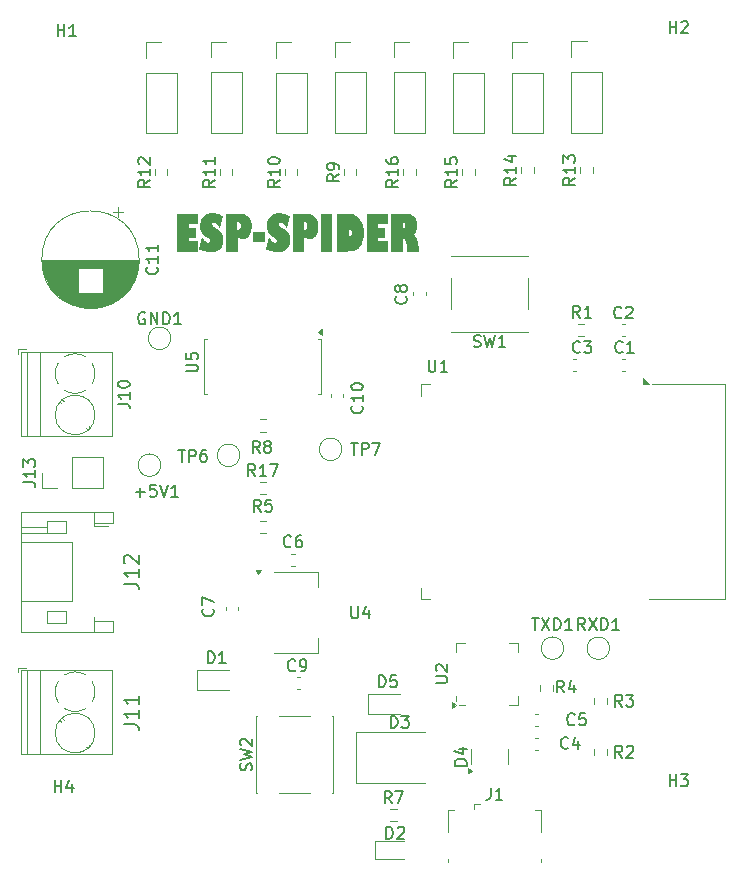
<source format=gbr>
%TF.GenerationSoftware,KiCad,Pcbnew,8.0.4*%
%TF.CreationDate,2024-07-27T14:27:44+01:00*%
%TF.ProjectId,ESP-SPIDER,4553502d-5350-4494-9445-522e6b696361,rev?*%
%TF.SameCoordinates,Original*%
%TF.FileFunction,Legend,Top*%
%TF.FilePolarity,Positive*%
%FSLAX46Y46*%
G04 Gerber Fmt 4.6, Leading zero omitted, Abs format (unit mm)*
G04 Created by KiCad (PCBNEW 8.0.4) date 2024-07-27 14:27:44*
%MOMM*%
%LPD*%
G01*
G04 APERTURE LIST*
%ADD10C,0.200000*%
%ADD11C,0.150000*%
%ADD12C,0.120000*%
G04 APERTURE END LIST*
D10*
G36*
X135823140Y-80387002D02*
G01*
X136651123Y-80387002D01*
X136651123Y-81278000D01*
X134830293Y-81278000D01*
X134830293Y-78089165D01*
X136651123Y-78089165D01*
X136651123Y-78980163D01*
X135823140Y-78980163D01*
X135823140Y-79261531D01*
X136401995Y-79261531D01*
X136401995Y-80152528D01*
X135823140Y-80152528D01*
X135823140Y-80387002D01*
G37*
G36*
X136953740Y-80011112D02*
G01*
X137025784Y-80150602D01*
X137109504Y-80278944D01*
X137215069Y-80395929D01*
X137224117Y-80403854D01*
X137347355Y-80488505D01*
X137493028Y-80527685D01*
X137591946Y-80485187D01*
X137630048Y-80373080D01*
X137600006Y-80255110D01*
X137506950Y-80167183D01*
X137278339Y-80022103D01*
X137146274Y-79930082D01*
X137036117Y-79829598D01*
X136939417Y-79708026D01*
X136908311Y-79656471D01*
X136847646Y-79516337D01*
X136809450Y-79357884D01*
X136794283Y-79199615D01*
X136793272Y-79143561D01*
X136802501Y-78946749D01*
X136830186Y-78769294D01*
X136876329Y-78611199D01*
X136940929Y-78472462D01*
X137055772Y-78317593D01*
X137203429Y-78197139D01*
X137335704Y-78129384D01*
X137486436Y-78080988D01*
X137655626Y-78051950D01*
X137843272Y-78042270D01*
X138016800Y-78050333D01*
X138186773Y-78074522D01*
X138353191Y-78114836D01*
X138516055Y-78171276D01*
X138675363Y-78243842D01*
X138727676Y-78271614D01*
X138471221Y-79303296D01*
X138396092Y-79172751D01*
X138303953Y-79044838D01*
X138203042Y-78944992D01*
X138076324Y-78869257D01*
X137931933Y-78839479D01*
X137828618Y-78877581D01*
X137790516Y-78977965D01*
X137844738Y-79117183D01*
X137966731Y-79205921D01*
X138103138Y-79288851D01*
X138116580Y-79296702D01*
X138250818Y-79376472D01*
X138375339Y-79461243D01*
X138475617Y-79542898D01*
X138578359Y-79656340D01*
X138655679Y-79782273D01*
X138680781Y-79835990D01*
X138727218Y-79977258D01*
X138750957Y-80123227D01*
X138756985Y-80254378D01*
X138747724Y-80445691D01*
X138719942Y-80618186D01*
X138673638Y-80771864D01*
X138608813Y-80906724D01*
X138493569Y-81057265D01*
X138345397Y-81174353D01*
X138212661Y-81240215D01*
X138061402Y-81287259D01*
X137891622Y-81315485D01*
X137703321Y-81324894D01*
X137537620Y-81319170D01*
X137375282Y-81301996D01*
X137216307Y-81273374D01*
X137060695Y-81233303D01*
X136908447Y-81181783D01*
X136759561Y-81118814D01*
X136700949Y-81090421D01*
X136953740Y-80011112D01*
G37*
G36*
X140055737Y-78090954D02*
G01*
X140220807Y-78097823D01*
X140387017Y-78112349D01*
X140542195Y-78137536D01*
X140634235Y-78162438D01*
X140775970Y-78235513D01*
X140891146Y-78342217D01*
X140983670Y-78471042D01*
X141002798Y-78503889D01*
X141068835Y-78645306D01*
X141116004Y-78800644D01*
X141141800Y-78947986D01*
X141153150Y-79105986D01*
X141153740Y-79153087D01*
X141146270Y-79324622D01*
X141123858Y-79484772D01*
X141086506Y-79633536D01*
X141034214Y-79770914D01*
X140954322Y-79916798D01*
X140941249Y-79936374D01*
X140842849Y-80057143D01*
X140717083Y-80158843D01*
X140577120Y-80221801D01*
X140422961Y-80246015D01*
X140402693Y-80246318D01*
X140247081Y-80218352D01*
X140108321Y-80144392D01*
X139985639Y-80038306D01*
X139958660Y-80009646D01*
X139958660Y-81278000D01*
X138965812Y-81278000D01*
X138965812Y-79455704D01*
X139947669Y-79455704D01*
X139948401Y-79444713D01*
X139999692Y-79449109D01*
X140138421Y-79395442D01*
X140167487Y-79361182D01*
X140220381Y-79220360D01*
X140229036Y-79106192D01*
X140214382Y-78953968D01*
X140170418Y-78859263D01*
X140033835Y-78797859D01*
X139951332Y-78792584D01*
X139951332Y-78785257D01*
X139947669Y-79455704D01*
X138965812Y-79455704D01*
X138965812Y-78089165D01*
X139902240Y-78089165D01*
X140055737Y-78090954D01*
G37*
G36*
X142270418Y-80433896D02*
G01*
X141240202Y-80433896D01*
X141240202Y-79589793D01*
X142270418Y-79589793D01*
X142270418Y-80433896D01*
G37*
G36*
X142604542Y-80011112D02*
G01*
X142676587Y-80150602D01*
X142760307Y-80278944D01*
X142865871Y-80395929D01*
X142874919Y-80403854D01*
X142998158Y-80488505D01*
X143143831Y-80527685D01*
X143242749Y-80485187D01*
X143280851Y-80373080D01*
X143250809Y-80255110D01*
X143157752Y-80167183D01*
X142929141Y-80022103D01*
X142797076Y-79930082D01*
X142686920Y-79829598D01*
X142590220Y-79708026D01*
X142559113Y-79656471D01*
X142498448Y-79516337D01*
X142460252Y-79357884D01*
X142445086Y-79199615D01*
X142444075Y-79143561D01*
X142453303Y-78946749D01*
X142480989Y-78769294D01*
X142527132Y-78611199D01*
X142591731Y-78472462D01*
X142706575Y-78317593D01*
X142854231Y-78197139D01*
X142986507Y-78129384D01*
X143137239Y-78080988D01*
X143306428Y-78051950D01*
X143494075Y-78042270D01*
X143667603Y-78050333D01*
X143837576Y-78074522D01*
X144003994Y-78114836D01*
X144166857Y-78171276D01*
X144326165Y-78243842D01*
X144378478Y-78271614D01*
X144122023Y-79303296D01*
X144046894Y-79172751D01*
X143954755Y-79044838D01*
X143853845Y-78944992D01*
X143727127Y-78869257D01*
X143582735Y-78839479D01*
X143479420Y-78877581D01*
X143441318Y-78977965D01*
X143495540Y-79117183D01*
X143617533Y-79205921D01*
X143753941Y-79288851D01*
X143767383Y-79296702D01*
X143901621Y-79376472D01*
X144026142Y-79461243D01*
X144126420Y-79542898D01*
X144229162Y-79656340D01*
X144306482Y-79782273D01*
X144331584Y-79835990D01*
X144378020Y-79977258D01*
X144401760Y-80123227D01*
X144407787Y-80254378D01*
X144398527Y-80445691D01*
X144370744Y-80618186D01*
X144324441Y-80771864D01*
X144259616Y-80906724D01*
X144144371Y-81057265D01*
X143996200Y-81174353D01*
X143863463Y-81240215D01*
X143712205Y-81287259D01*
X143542425Y-81315485D01*
X143354124Y-81324894D01*
X143188423Y-81319170D01*
X143026085Y-81301996D01*
X142867110Y-81273374D01*
X142711498Y-81233303D01*
X142559249Y-81181783D01*
X142410364Y-81118814D01*
X142351751Y-81090421D01*
X142604542Y-80011112D01*
G37*
G36*
X145706539Y-78090954D02*
G01*
X145871609Y-78097823D01*
X146037819Y-78112349D01*
X146192997Y-78137536D01*
X146285038Y-78162438D01*
X146426773Y-78235513D01*
X146541949Y-78342217D01*
X146634472Y-78471042D01*
X146653600Y-78503889D01*
X146719637Y-78645306D01*
X146766807Y-78800644D01*
X146792603Y-78947986D01*
X146803953Y-79105986D01*
X146804542Y-79153087D01*
X146797072Y-79324622D01*
X146774661Y-79484772D01*
X146737309Y-79633536D01*
X146685016Y-79770914D01*
X146605124Y-79916798D01*
X146592051Y-79936374D01*
X146493652Y-80057143D01*
X146367886Y-80158843D01*
X146227923Y-80221801D01*
X146073764Y-80246015D01*
X146053496Y-80246318D01*
X145897884Y-80218352D01*
X145759123Y-80144392D01*
X145636441Y-80038306D01*
X145609462Y-80009646D01*
X145609462Y-81278000D01*
X144616615Y-81278000D01*
X144616615Y-79455704D01*
X145598471Y-79455704D01*
X145599204Y-79444713D01*
X145650495Y-79449109D01*
X145789223Y-79395442D01*
X145818290Y-79361182D01*
X145871184Y-79220360D01*
X145879839Y-79106192D01*
X145865184Y-78953968D01*
X145821221Y-78859263D01*
X145684638Y-78797859D01*
X145602135Y-78792584D01*
X145602135Y-78785257D01*
X145598471Y-79455704D01*
X144616615Y-79455704D01*
X144616615Y-78089165D01*
X145553042Y-78089165D01*
X145706539Y-78090954D01*
G37*
G36*
X147993028Y-81278000D02*
G01*
X147000914Y-81278000D01*
X147000914Y-78089165D01*
X147993028Y-78089165D01*
X147993028Y-81278000D01*
G37*
G36*
X149447791Y-78093092D02*
G01*
X149608316Y-78107197D01*
X149762522Y-78135327D01*
X149876140Y-78171230D01*
X150015443Y-78244101D01*
X150138175Y-78338898D01*
X150245453Y-78447463D01*
X150268883Y-78474580D01*
X150366855Y-78606413D01*
X150441971Y-78735957D01*
X150505821Y-78877134D01*
X150552449Y-79010205D01*
X150595085Y-79171313D01*
X150622398Y-79319346D01*
X150640385Y-79473970D01*
X150649045Y-79635186D01*
X150649902Y-79706297D01*
X150644590Y-79864795D01*
X150628653Y-80019355D01*
X150602091Y-80169977D01*
X150564905Y-80316660D01*
X150518469Y-80456840D01*
X150455936Y-80603704D01*
X150382507Y-80739092D01*
X150327501Y-80822975D01*
X150229599Y-80946723D01*
X150115791Y-81055573D01*
X149995575Y-81135850D01*
X149853465Y-81201868D01*
X149708809Y-81246187D01*
X149659253Y-81255285D01*
X149513142Y-81269127D01*
X149365422Y-81275315D01*
X149206671Y-81277800D01*
X149140481Y-81278000D01*
X148365254Y-81278000D01*
X148365254Y-79355321D01*
X149355183Y-79355321D01*
X149358101Y-80011845D01*
X149359567Y-80011845D01*
X149506757Y-79989924D01*
X149594040Y-79934175D01*
X149655749Y-79798105D01*
X149665847Y-79679919D01*
X149647896Y-79530442D01*
X149594040Y-79430791D01*
X149458770Y-79364238D01*
X149355183Y-79355321D01*
X148365254Y-79355321D01*
X148365254Y-78089165D01*
X149289225Y-78089165D01*
X149447791Y-78093092D01*
G37*
G36*
X151884549Y-80387002D02*
G01*
X152712533Y-80387002D01*
X152712533Y-81278000D01*
X150891702Y-81278000D01*
X150891702Y-78089165D01*
X152712533Y-78089165D01*
X152712533Y-78980163D01*
X151884549Y-78980163D01*
X151884549Y-79261531D01*
X152463405Y-79261531D01*
X152463405Y-80152528D01*
X151884549Y-80152528D01*
X151884549Y-80387002D01*
G37*
G36*
X154059395Y-78090006D02*
G01*
X154214505Y-78093234D01*
X154366685Y-78100061D01*
X154516801Y-78113682D01*
X154578060Y-78123603D01*
X154719811Y-78170206D01*
X154845013Y-78251029D01*
X154877745Y-78280407D01*
X154973465Y-78394099D01*
X155046795Y-78524376D01*
X155082909Y-78611600D01*
X155126712Y-78757523D01*
X155152333Y-78909160D01*
X155159846Y-79051970D01*
X155154104Y-79199178D01*
X155132053Y-79359439D01*
X155093465Y-79501823D01*
X155027543Y-79645343D01*
X154939111Y-79764529D01*
X154924640Y-79779570D01*
X155005904Y-79924478D01*
X155078605Y-80081500D01*
X155142741Y-80250634D01*
X155198314Y-80431881D01*
X155234374Y-80575766D01*
X155265616Y-80726464D01*
X155292042Y-80883975D01*
X155313650Y-81048301D01*
X155330441Y-81219439D01*
X155334968Y-81278000D01*
X154303286Y-81278000D01*
X154303286Y-81226709D01*
X154300800Y-81067050D01*
X154293340Y-80920093D01*
X154277824Y-80760510D01*
X154250671Y-80597446D01*
X154207703Y-80441569D01*
X154201437Y-80424371D01*
X154131012Y-80281016D01*
X154017851Y-80174032D01*
X153925304Y-80152552D01*
X153936189Y-81278000D01*
X152943342Y-81278000D01*
X152943342Y-78745703D01*
X153929665Y-78745703D01*
X153936189Y-79355320D01*
X153937655Y-79355320D01*
X154082483Y-79317845D01*
X154119371Y-79282780D01*
X154170282Y-79137668D01*
X154175792Y-79041712D01*
X154151749Y-78885606D01*
X154048606Y-78769105D01*
X153929665Y-78745703D01*
X152943342Y-78745703D01*
X152943342Y-78089165D01*
X153912742Y-78089165D01*
X154059395Y-78090006D01*
G37*
D11*
X156718819Y-117797904D02*
X157528342Y-117797904D01*
X157528342Y-117797904D02*
X157623580Y-117750285D01*
X157623580Y-117750285D02*
X157671200Y-117702666D01*
X157671200Y-117702666D02*
X157718819Y-117607428D01*
X157718819Y-117607428D02*
X157718819Y-117416952D01*
X157718819Y-117416952D02*
X157671200Y-117321714D01*
X157671200Y-117321714D02*
X157623580Y-117274095D01*
X157623580Y-117274095D02*
X157528342Y-117226476D01*
X157528342Y-117226476D02*
X156718819Y-117226476D01*
X156814057Y-116797904D02*
X156766438Y-116750285D01*
X156766438Y-116750285D02*
X156718819Y-116655047D01*
X156718819Y-116655047D02*
X156718819Y-116416952D01*
X156718819Y-116416952D02*
X156766438Y-116321714D01*
X156766438Y-116321714D02*
X156814057Y-116274095D01*
X156814057Y-116274095D02*
X156909295Y-116226476D01*
X156909295Y-116226476D02*
X157004533Y-116226476D01*
X157004533Y-116226476D02*
X157147390Y-116274095D01*
X157147390Y-116274095D02*
X157718819Y-116845523D01*
X157718819Y-116845523D02*
X157718819Y-116226476D01*
X121833819Y-100817523D02*
X122548104Y-100817523D01*
X122548104Y-100817523D02*
X122690961Y-100865142D01*
X122690961Y-100865142D02*
X122786200Y-100960380D01*
X122786200Y-100960380D02*
X122833819Y-101103237D01*
X122833819Y-101103237D02*
X122833819Y-101198475D01*
X122833819Y-99817523D02*
X122833819Y-100388951D01*
X122833819Y-100103237D02*
X121833819Y-100103237D01*
X121833819Y-100103237D02*
X121976676Y-100198475D01*
X121976676Y-100198475D02*
X122071914Y-100293713D01*
X122071914Y-100293713D02*
X122119533Y-100388951D01*
X121833819Y-99484189D02*
X121833819Y-98865142D01*
X121833819Y-98865142D02*
X122214771Y-99198475D01*
X122214771Y-99198475D02*
X122214771Y-99055618D01*
X122214771Y-99055618D02*
X122262390Y-98960380D01*
X122262390Y-98960380D02*
X122310009Y-98912761D01*
X122310009Y-98912761D02*
X122405247Y-98865142D01*
X122405247Y-98865142D02*
X122643342Y-98865142D01*
X122643342Y-98865142D02*
X122738580Y-98912761D01*
X122738580Y-98912761D02*
X122786200Y-98960380D01*
X122786200Y-98960380D02*
X122833819Y-99055618D01*
X122833819Y-99055618D02*
X122833819Y-99341332D01*
X122833819Y-99341332D02*
X122786200Y-99436570D01*
X122786200Y-99436570D02*
X122738580Y-99484189D01*
X152931905Y-121592819D02*
X152931905Y-120592819D01*
X152931905Y-120592819D02*
X153170000Y-120592819D01*
X153170000Y-120592819D02*
X153312857Y-120640438D01*
X153312857Y-120640438D02*
X153408095Y-120735676D01*
X153408095Y-120735676D02*
X153455714Y-120830914D01*
X153455714Y-120830914D02*
X153503333Y-121021390D01*
X153503333Y-121021390D02*
X153503333Y-121164247D01*
X153503333Y-121164247D02*
X153455714Y-121354723D01*
X153455714Y-121354723D02*
X153408095Y-121449961D01*
X153408095Y-121449961D02*
X153312857Y-121545200D01*
X153312857Y-121545200D02*
X153170000Y-121592819D01*
X153170000Y-121592819D02*
X152931905Y-121592819D01*
X153836667Y-120592819D02*
X154455714Y-120592819D01*
X154455714Y-120592819D02*
X154122381Y-120973771D01*
X154122381Y-120973771D02*
X154265238Y-120973771D01*
X154265238Y-120973771D02*
X154360476Y-121021390D01*
X154360476Y-121021390D02*
X154408095Y-121069009D01*
X154408095Y-121069009D02*
X154455714Y-121164247D01*
X154455714Y-121164247D02*
X154455714Y-121402342D01*
X154455714Y-121402342D02*
X154408095Y-121497580D01*
X154408095Y-121497580D02*
X154360476Y-121545200D01*
X154360476Y-121545200D02*
X154265238Y-121592819D01*
X154265238Y-121592819D02*
X153979524Y-121592819D01*
X153979524Y-121592819D02*
X153884286Y-121545200D01*
X153884286Y-121545200D02*
X153836667Y-121497580D01*
X151915905Y-118170819D02*
X151915905Y-117170819D01*
X151915905Y-117170819D02*
X152154000Y-117170819D01*
X152154000Y-117170819D02*
X152296857Y-117218438D01*
X152296857Y-117218438D02*
X152392095Y-117313676D01*
X152392095Y-117313676D02*
X152439714Y-117408914D01*
X152439714Y-117408914D02*
X152487333Y-117599390D01*
X152487333Y-117599390D02*
X152487333Y-117742247D01*
X152487333Y-117742247D02*
X152439714Y-117932723D01*
X152439714Y-117932723D02*
X152392095Y-118027961D01*
X152392095Y-118027961D02*
X152296857Y-118123200D01*
X152296857Y-118123200D02*
X152154000Y-118170819D01*
X152154000Y-118170819D02*
X151915905Y-118170819D01*
X153392095Y-117170819D02*
X152915905Y-117170819D01*
X152915905Y-117170819D02*
X152868286Y-117647009D01*
X152868286Y-117647009D02*
X152915905Y-117599390D01*
X152915905Y-117599390D02*
X153011143Y-117551771D01*
X153011143Y-117551771D02*
X153249238Y-117551771D01*
X153249238Y-117551771D02*
X153344476Y-117599390D01*
X153344476Y-117599390D02*
X153392095Y-117647009D01*
X153392095Y-117647009D02*
X153439714Y-117742247D01*
X153439714Y-117742247D02*
X153439714Y-117980342D01*
X153439714Y-117980342D02*
X153392095Y-118075580D01*
X153392095Y-118075580D02*
X153344476Y-118123200D01*
X153344476Y-118123200D02*
X153249238Y-118170819D01*
X153249238Y-118170819D02*
X153011143Y-118170819D01*
X153011143Y-118170819D02*
X152915905Y-118123200D01*
X152915905Y-118123200D02*
X152868286Y-118075580D01*
X159344819Y-124797594D02*
X158344819Y-124797594D01*
X158344819Y-124797594D02*
X158344819Y-124559499D01*
X158344819Y-124559499D02*
X158392438Y-124416642D01*
X158392438Y-124416642D02*
X158487676Y-124321404D01*
X158487676Y-124321404D02*
X158582914Y-124273785D01*
X158582914Y-124273785D02*
X158773390Y-124226166D01*
X158773390Y-124226166D02*
X158916247Y-124226166D01*
X158916247Y-124226166D02*
X159106723Y-124273785D01*
X159106723Y-124273785D02*
X159201961Y-124321404D01*
X159201961Y-124321404D02*
X159297200Y-124416642D01*
X159297200Y-124416642D02*
X159344819Y-124559499D01*
X159344819Y-124559499D02*
X159344819Y-124797594D01*
X158678152Y-123369023D02*
X159344819Y-123369023D01*
X158297200Y-123607118D02*
X159011485Y-123845213D01*
X159011485Y-123845213D02*
X159011485Y-123226166D01*
X137437905Y-116138819D02*
X137437905Y-115138819D01*
X137437905Y-115138819D02*
X137676000Y-115138819D01*
X137676000Y-115138819D02*
X137818857Y-115186438D01*
X137818857Y-115186438D02*
X137914095Y-115281676D01*
X137914095Y-115281676D02*
X137961714Y-115376914D01*
X137961714Y-115376914D02*
X138009333Y-115567390D01*
X138009333Y-115567390D02*
X138009333Y-115710247D01*
X138009333Y-115710247D02*
X137961714Y-115900723D01*
X137961714Y-115900723D02*
X137914095Y-115995961D01*
X137914095Y-115995961D02*
X137818857Y-116091200D01*
X137818857Y-116091200D02*
X137676000Y-116138819D01*
X137676000Y-116138819D02*
X137437905Y-116138819D01*
X138961714Y-116138819D02*
X138390286Y-116138819D01*
X138676000Y-116138819D02*
X138676000Y-115138819D01*
X138676000Y-115138819D02*
X138580762Y-115281676D01*
X138580762Y-115281676D02*
X138485524Y-115376914D01*
X138485524Y-115376914D02*
X138390286Y-115424533D01*
X124460095Y-127048819D02*
X124460095Y-126048819D01*
X124460095Y-126525009D02*
X125031523Y-126525009D01*
X125031523Y-127048819D02*
X125031523Y-126048819D01*
X125936285Y-126382152D02*
X125936285Y-127048819D01*
X125698190Y-126001200D02*
X125460095Y-126715485D01*
X125460095Y-126715485D02*
X126079142Y-126715485D01*
X176530095Y-126540819D02*
X176530095Y-125540819D01*
X176530095Y-126017009D02*
X177101523Y-126017009D01*
X177101523Y-126540819D02*
X177101523Y-125540819D01*
X177482476Y-125540819D02*
X178101523Y-125540819D01*
X178101523Y-125540819D02*
X177768190Y-125921771D01*
X177768190Y-125921771D02*
X177911047Y-125921771D01*
X177911047Y-125921771D02*
X178006285Y-125969390D01*
X178006285Y-125969390D02*
X178053904Y-126017009D01*
X178053904Y-126017009D02*
X178101523Y-126112247D01*
X178101523Y-126112247D02*
X178101523Y-126350342D01*
X178101523Y-126350342D02*
X178053904Y-126445580D01*
X178053904Y-126445580D02*
X178006285Y-126493200D01*
X178006285Y-126493200D02*
X177911047Y-126540819D01*
X177911047Y-126540819D02*
X177625333Y-126540819D01*
X177625333Y-126540819D02*
X177530095Y-126493200D01*
X177530095Y-126493200D02*
X177482476Y-126445580D01*
X176530095Y-62786819D02*
X176530095Y-61786819D01*
X176530095Y-62263009D02*
X177101523Y-62263009D01*
X177101523Y-62786819D02*
X177101523Y-61786819D01*
X177530095Y-61882057D02*
X177577714Y-61834438D01*
X177577714Y-61834438D02*
X177672952Y-61786819D01*
X177672952Y-61786819D02*
X177911047Y-61786819D01*
X177911047Y-61786819D02*
X178006285Y-61834438D01*
X178006285Y-61834438D02*
X178053904Y-61882057D01*
X178053904Y-61882057D02*
X178101523Y-61977295D01*
X178101523Y-61977295D02*
X178101523Y-62072533D01*
X178101523Y-62072533D02*
X178053904Y-62215390D01*
X178053904Y-62215390D02*
X177482476Y-62786819D01*
X177482476Y-62786819D02*
X178101523Y-62786819D01*
X124714095Y-63040819D02*
X124714095Y-62040819D01*
X124714095Y-62517009D02*
X125285523Y-62517009D01*
X125285523Y-63040819D02*
X125285523Y-62040819D01*
X126285523Y-63040819D02*
X125714095Y-63040819D01*
X125999809Y-63040819D02*
X125999809Y-62040819D01*
X125999809Y-62040819D02*
X125904571Y-62183676D01*
X125904571Y-62183676D02*
X125809333Y-62278914D01*
X125809333Y-62278914D02*
X125714095Y-62326533D01*
X156142095Y-90457819D02*
X156142095Y-91267342D01*
X156142095Y-91267342D02*
X156189714Y-91362580D01*
X156189714Y-91362580D02*
X156237333Y-91410200D01*
X156237333Y-91410200D02*
X156332571Y-91457819D01*
X156332571Y-91457819D02*
X156523047Y-91457819D01*
X156523047Y-91457819D02*
X156618285Y-91410200D01*
X156618285Y-91410200D02*
X156665904Y-91362580D01*
X156665904Y-91362580D02*
X156713523Y-91267342D01*
X156713523Y-91267342D02*
X156713523Y-90457819D01*
X157713523Y-91457819D02*
X157142095Y-91457819D01*
X157427809Y-91457819D02*
X157427809Y-90457819D01*
X157427809Y-90457819D02*
X157332571Y-90600676D01*
X157332571Y-90600676D02*
X157237333Y-90695914D01*
X157237333Y-90695914D02*
X157142095Y-90743533D01*
X168956833Y-89770580D02*
X168909214Y-89818200D01*
X168909214Y-89818200D02*
X168766357Y-89865819D01*
X168766357Y-89865819D02*
X168671119Y-89865819D01*
X168671119Y-89865819D02*
X168528262Y-89818200D01*
X168528262Y-89818200D02*
X168433024Y-89722961D01*
X168433024Y-89722961D02*
X168385405Y-89627723D01*
X168385405Y-89627723D02*
X168337786Y-89437247D01*
X168337786Y-89437247D02*
X168337786Y-89294390D01*
X168337786Y-89294390D02*
X168385405Y-89103914D01*
X168385405Y-89103914D02*
X168433024Y-89008676D01*
X168433024Y-89008676D02*
X168528262Y-88913438D01*
X168528262Y-88913438D02*
X168671119Y-88865819D01*
X168671119Y-88865819D02*
X168766357Y-88865819D01*
X168766357Y-88865819D02*
X168909214Y-88913438D01*
X168909214Y-88913438D02*
X168956833Y-88961057D01*
X169290167Y-88865819D02*
X169909214Y-88865819D01*
X169909214Y-88865819D02*
X169575881Y-89246771D01*
X169575881Y-89246771D02*
X169718738Y-89246771D01*
X169718738Y-89246771D02*
X169813976Y-89294390D01*
X169813976Y-89294390D02*
X169861595Y-89342009D01*
X169861595Y-89342009D02*
X169909214Y-89437247D01*
X169909214Y-89437247D02*
X169909214Y-89675342D01*
X169909214Y-89675342D02*
X169861595Y-89770580D01*
X169861595Y-89770580D02*
X169813976Y-89818200D01*
X169813976Y-89818200D02*
X169718738Y-89865819D01*
X169718738Y-89865819D02*
X169433024Y-89865819D01*
X169433024Y-89865819D02*
X169337786Y-89818200D01*
X169337786Y-89818200D02*
X169290167Y-89770580D01*
X172525333Y-124131819D02*
X172192000Y-123655628D01*
X171953905Y-124131819D02*
X171953905Y-123131819D01*
X171953905Y-123131819D02*
X172334857Y-123131819D01*
X172334857Y-123131819D02*
X172430095Y-123179438D01*
X172430095Y-123179438D02*
X172477714Y-123227057D01*
X172477714Y-123227057D02*
X172525333Y-123322295D01*
X172525333Y-123322295D02*
X172525333Y-123465152D01*
X172525333Y-123465152D02*
X172477714Y-123560390D01*
X172477714Y-123560390D02*
X172430095Y-123608009D01*
X172430095Y-123608009D02*
X172334857Y-123655628D01*
X172334857Y-123655628D02*
X171953905Y-123655628D01*
X172906286Y-123227057D02*
X172953905Y-123179438D01*
X172953905Y-123179438D02*
X173049143Y-123131819D01*
X173049143Y-123131819D02*
X173287238Y-123131819D01*
X173287238Y-123131819D02*
X173382476Y-123179438D01*
X173382476Y-123179438D02*
X173430095Y-123227057D01*
X173430095Y-123227057D02*
X173477714Y-123322295D01*
X173477714Y-123322295D02*
X173477714Y-123417533D01*
X173477714Y-123417533D02*
X173430095Y-123560390D01*
X173430095Y-123560390D02*
X172858667Y-124131819D01*
X172858667Y-124131819D02*
X173477714Y-124131819D01*
X149570095Y-97477819D02*
X150141523Y-97477819D01*
X149855809Y-98477819D02*
X149855809Y-97477819D01*
X150474857Y-98477819D02*
X150474857Y-97477819D01*
X150474857Y-97477819D02*
X150855809Y-97477819D01*
X150855809Y-97477819D02*
X150951047Y-97525438D01*
X150951047Y-97525438D02*
X150998666Y-97573057D01*
X150998666Y-97573057D02*
X151046285Y-97668295D01*
X151046285Y-97668295D02*
X151046285Y-97811152D01*
X151046285Y-97811152D02*
X150998666Y-97906390D01*
X150998666Y-97906390D02*
X150951047Y-97954009D01*
X150951047Y-97954009D02*
X150855809Y-98001628D01*
X150855809Y-98001628D02*
X150474857Y-98001628D01*
X151379619Y-97477819D02*
X152046285Y-97477819D01*
X152046285Y-97477819D02*
X151617714Y-98477819D01*
X138028819Y-75213357D02*
X137552628Y-75546690D01*
X138028819Y-75784785D02*
X137028819Y-75784785D01*
X137028819Y-75784785D02*
X137028819Y-75403833D01*
X137028819Y-75403833D02*
X137076438Y-75308595D01*
X137076438Y-75308595D02*
X137124057Y-75260976D01*
X137124057Y-75260976D02*
X137219295Y-75213357D01*
X137219295Y-75213357D02*
X137362152Y-75213357D01*
X137362152Y-75213357D02*
X137457390Y-75260976D01*
X137457390Y-75260976D02*
X137505009Y-75308595D01*
X137505009Y-75308595D02*
X137552628Y-75403833D01*
X137552628Y-75403833D02*
X137552628Y-75784785D01*
X138028819Y-74260976D02*
X138028819Y-74832404D01*
X138028819Y-74546690D02*
X137028819Y-74546690D01*
X137028819Y-74546690D02*
X137171676Y-74641928D01*
X137171676Y-74641928D02*
X137266914Y-74737166D01*
X137266914Y-74737166D02*
X137314533Y-74832404D01*
X138028819Y-73308595D02*
X138028819Y-73880023D01*
X138028819Y-73594309D02*
X137028819Y-73594309D01*
X137028819Y-73594309D02*
X137171676Y-73689547D01*
X137171676Y-73689547D02*
X137266914Y-73784785D01*
X137266914Y-73784785D02*
X137314533Y-73880023D01*
X135602819Y-91418904D02*
X136412342Y-91418904D01*
X136412342Y-91418904D02*
X136507580Y-91371285D01*
X136507580Y-91371285D02*
X136555200Y-91323666D01*
X136555200Y-91323666D02*
X136602819Y-91228428D01*
X136602819Y-91228428D02*
X136602819Y-91037952D01*
X136602819Y-91037952D02*
X136555200Y-90942714D01*
X136555200Y-90942714D02*
X136507580Y-90895095D01*
X136507580Y-90895095D02*
X136412342Y-90847476D01*
X136412342Y-90847476D02*
X135602819Y-90847476D01*
X135602819Y-89895095D02*
X135602819Y-90371285D01*
X135602819Y-90371285D02*
X136079009Y-90418904D01*
X136079009Y-90418904D02*
X136031390Y-90371285D01*
X136031390Y-90371285D02*
X135983771Y-90276047D01*
X135983771Y-90276047D02*
X135983771Y-90037952D01*
X135983771Y-90037952D02*
X136031390Y-89942714D01*
X136031390Y-89942714D02*
X136079009Y-89895095D01*
X136079009Y-89895095D02*
X136174247Y-89847476D01*
X136174247Y-89847476D02*
X136412342Y-89847476D01*
X136412342Y-89847476D02*
X136507580Y-89895095D01*
X136507580Y-89895095D02*
X136555200Y-89942714D01*
X136555200Y-89942714D02*
X136602819Y-90037952D01*
X136602819Y-90037952D02*
X136602819Y-90276047D01*
X136602819Y-90276047D02*
X136555200Y-90371285D01*
X136555200Y-90371285D02*
X136507580Y-90418904D01*
X164885905Y-112317819D02*
X165457333Y-112317819D01*
X165171619Y-113317819D02*
X165171619Y-112317819D01*
X165695429Y-112317819D02*
X166362095Y-113317819D01*
X166362095Y-112317819D02*
X165695429Y-113317819D01*
X166743048Y-113317819D02*
X166743048Y-112317819D01*
X166743048Y-112317819D02*
X166981143Y-112317819D01*
X166981143Y-112317819D02*
X167124000Y-112365438D01*
X167124000Y-112365438D02*
X167219238Y-112460676D01*
X167219238Y-112460676D02*
X167266857Y-112555914D01*
X167266857Y-112555914D02*
X167314476Y-112746390D01*
X167314476Y-112746390D02*
X167314476Y-112889247D01*
X167314476Y-112889247D02*
X167266857Y-113079723D01*
X167266857Y-113079723D02*
X167219238Y-113174961D01*
X167219238Y-113174961D02*
X167124000Y-113270200D01*
X167124000Y-113270200D02*
X166981143Y-113317819D01*
X166981143Y-113317819D02*
X166743048Y-113317819D01*
X168266857Y-113317819D02*
X167695429Y-113317819D01*
X167981143Y-113317819D02*
X167981143Y-112317819D01*
X167981143Y-112317819D02*
X167885905Y-112460676D01*
X167885905Y-112460676D02*
X167790667Y-112555914D01*
X167790667Y-112555914D02*
X167695429Y-112603533D01*
X144487333Y-106222580D02*
X144439714Y-106270200D01*
X144439714Y-106270200D02*
X144296857Y-106317819D01*
X144296857Y-106317819D02*
X144201619Y-106317819D01*
X144201619Y-106317819D02*
X144058762Y-106270200D01*
X144058762Y-106270200D02*
X143963524Y-106174961D01*
X143963524Y-106174961D02*
X143915905Y-106079723D01*
X143915905Y-106079723D02*
X143868286Y-105889247D01*
X143868286Y-105889247D02*
X143868286Y-105746390D01*
X143868286Y-105746390D02*
X143915905Y-105555914D01*
X143915905Y-105555914D02*
X143963524Y-105460676D01*
X143963524Y-105460676D02*
X144058762Y-105365438D01*
X144058762Y-105365438D02*
X144201619Y-105317819D01*
X144201619Y-105317819D02*
X144296857Y-105317819D01*
X144296857Y-105317819D02*
X144439714Y-105365438D01*
X144439714Y-105365438D02*
X144487333Y-105413057D01*
X145344476Y-105317819D02*
X145154000Y-105317819D01*
X145154000Y-105317819D02*
X145058762Y-105365438D01*
X145058762Y-105365438D02*
X145011143Y-105413057D01*
X145011143Y-105413057D02*
X144915905Y-105555914D01*
X144915905Y-105555914D02*
X144868286Y-105746390D01*
X144868286Y-105746390D02*
X144868286Y-106127342D01*
X144868286Y-106127342D02*
X144915905Y-106222580D01*
X144915905Y-106222580D02*
X144963524Y-106270200D01*
X144963524Y-106270200D02*
X145058762Y-106317819D01*
X145058762Y-106317819D02*
X145249238Y-106317819D01*
X145249238Y-106317819D02*
X145344476Y-106270200D01*
X145344476Y-106270200D02*
X145392095Y-106222580D01*
X145392095Y-106222580D02*
X145439714Y-106127342D01*
X145439714Y-106127342D02*
X145439714Y-105889247D01*
X145439714Y-105889247D02*
X145392095Y-105794009D01*
X145392095Y-105794009D02*
X145344476Y-105746390D01*
X145344476Y-105746390D02*
X145249238Y-105698771D01*
X145249238Y-105698771D02*
X145058762Y-105698771D01*
X145058762Y-105698771D02*
X144963524Y-105746390D01*
X144963524Y-105746390D02*
X144915905Y-105794009D01*
X144915905Y-105794009D02*
X144868286Y-105889247D01*
X153528819Y-75213357D02*
X153052628Y-75546690D01*
X153528819Y-75784785D02*
X152528819Y-75784785D01*
X152528819Y-75784785D02*
X152528819Y-75403833D01*
X152528819Y-75403833D02*
X152576438Y-75308595D01*
X152576438Y-75308595D02*
X152624057Y-75260976D01*
X152624057Y-75260976D02*
X152719295Y-75213357D01*
X152719295Y-75213357D02*
X152862152Y-75213357D01*
X152862152Y-75213357D02*
X152957390Y-75260976D01*
X152957390Y-75260976D02*
X153005009Y-75308595D01*
X153005009Y-75308595D02*
X153052628Y-75403833D01*
X153052628Y-75403833D02*
X153052628Y-75784785D01*
X153528819Y-74260976D02*
X153528819Y-74832404D01*
X153528819Y-74546690D02*
X152528819Y-74546690D01*
X152528819Y-74546690D02*
X152671676Y-74641928D01*
X152671676Y-74641928D02*
X152766914Y-74737166D01*
X152766914Y-74737166D02*
X152814533Y-74832404D01*
X152528819Y-73403833D02*
X152528819Y-73594309D01*
X152528819Y-73594309D02*
X152576438Y-73689547D01*
X152576438Y-73689547D02*
X152624057Y-73737166D01*
X152624057Y-73737166D02*
X152766914Y-73832404D01*
X152766914Y-73832404D02*
X152957390Y-73880023D01*
X152957390Y-73880023D02*
X153338342Y-73880023D01*
X153338342Y-73880023D02*
X153433580Y-73832404D01*
X153433580Y-73832404D02*
X153481200Y-73784785D01*
X153481200Y-73784785D02*
X153528819Y-73689547D01*
X153528819Y-73689547D02*
X153528819Y-73499071D01*
X153528819Y-73499071D02*
X153481200Y-73403833D01*
X153481200Y-73403833D02*
X153433580Y-73356214D01*
X153433580Y-73356214D02*
X153338342Y-73308595D01*
X153338342Y-73308595D02*
X153100247Y-73308595D01*
X153100247Y-73308595D02*
X153005009Y-73356214D01*
X153005009Y-73356214D02*
X152957390Y-73403833D01*
X152957390Y-73403833D02*
X152909771Y-73499071D01*
X152909771Y-73499071D02*
X152909771Y-73689547D01*
X152909771Y-73689547D02*
X152957390Y-73784785D01*
X152957390Y-73784785D02*
X153005009Y-73832404D01*
X153005009Y-73832404D02*
X153100247Y-73880023D01*
X152995333Y-127988819D02*
X152662000Y-127512628D01*
X152423905Y-127988819D02*
X152423905Y-126988819D01*
X152423905Y-126988819D02*
X152804857Y-126988819D01*
X152804857Y-126988819D02*
X152900095Y-127036438D01*
X152900095Y-127036438D02*
X152947714Y-127084057D01*
X152947714Y-127084057D02*
X152995333Y-127179295D01*
X152995333Y-127179295D02*
X152995333Y-127322152D01*
X152995333Y-127322152D02*
X152947714Y-127417390D01*
X152947714Y-127417390D02*
X152900095Y-127465009D01*
X152900095Y-127465009D02*
X152804857Y-127512628D01*
X152804857Y-127512628D02*
X152423905Y-127512628D01*
X153328667Y-126988819D02*
X153995333Y-126988819D01*
X153995333Y-126988819D02*
X153566762Y-127988819D01*
X129818819Y-94172523D02*
X130533104Y-94172523D01*
X130533104Y-94172523D02*
X130675961Y-94220142D01*
X130675961Y-94220142D02*
X130771200Y-94315380D01*
X130771200Y-94315380D02*
X130818819Y-94458237D01*
X130818819Y-94458237D02*
X130818819Y-94553475D01*
X130818819Y-93172523D02*
X130818819Y-93743951D01*
X130818819Y-93458237D02*
X129818819Y-93458237D01*
X129818819Y-93458237D02*
X129961676Y-93553475D01*
X129961676Y-93553475D02*
X130056914Y-93648713D01*
X130056914Y-93648713D02*
X130104533Y-93743951D01*
X129818819Y-92553475D02*
X129818819Y-92458237D01*
X129818819Y-92458237D02*
X129866438Y-92362999D01*
X129866438Y-92362999D02*
X129914057Y-92315380D01*
X129914057Y-92315380D02*
X130009295Y-92267761D01*
X130009295Y-92267761D02*
X130199771Y-92220142D01*
X130199771Y-92220142D02*
X130437866Y-92220142D01*
X130437866Y-92220142D02*
X130628342Y-92267761D01*
X130628342Y-92267761D02*
X130723580Y-92315380D01*
X130723580Y-92315380D02*
X130771200Y-92362999D01*
X130771200Y-92362999D02*
X130818819Y-92458237D01*
X130818819Y-92458237D02*
X130818819Y-92553475D01*
X130818819Y-92553475D02*
X130771200Y-92648713D01*
X130771200Y-92648713D02*
X130723580Y-92696332D01*
X130723580Y-92696332D02*
X130628342Y-92743951D01*
X130628342Y-92743951D02*
X130437866Y-92791570D01*
X130437866Y-92791570D02*
X130199771Y-92791570D01*
X130199771Y-92791570D02*
X130009295Y-92743951D01*
X130009295Y-92743951D02*
X129914057Y-92696332D01*
X129914057Y-92696332D02*
X129866438Y-92648713D01*
X129866438Y-92648713D02*
X129818819Y-92553475D01*
X172456833Y-86840580D02*
X172409214Y-86888200D01*
X172409214Y-86888200D02*
X172266357Y-86935819D01*
X172266357Y-86935819D02*
X172171119Y-86935819D01*
X172171119Y-86935819D02*
X172028262Y-86888200D01*
X172028262Y-86888200D02*
X171933024Y-86792961D01*
X171933024Y-86792961D02*
X171885405Y-86697723D01*
X171885405Y-86697723D02*
X171837786Y-86507247D01*
X171837786Y-86507247D02*
X171837786Y-86364390D01*
X171837786Y-86364390D02*
X171885405Y-86173914D01*
X171885405Y-86173914D02*
X171933024Y-86078676D01*
X171933024Y-86078676D02*
X172028262Y-85983438D01*
X172028262Y-85983438D02*
X172171119Y-85935819D01*
X172171119Y-85935819D02*
X172266357Y-85935819D01*
X172266357Y-85935819D02*
X172409214Y-85983438D01*
X172409214Y-85983438D02*
X172456833Y-86031057D01*
X172837786Y-86031057D02*
X172885405Y-85983438D01*
X172885405Y-85983438D02*
X172980643Y-85935819D01*
X172980643Y-85935819D02*
X173218738Y-85935819D01*
X173218738Y-85935819D02*
X173313976Y-85983438D01*
X173313976Y-85983438D02*
X173361595Y-86031057D01*
X173361595Y-86031057D02*
X173409214Y-86126295D01*
X173409214Y-86126295D02*
X173409214Y-86221533D01*
X173409214Y-86221533D02*
X173361595Y-86364390D01*
X173361595Y-86364390D02*
X172790167Y-86935819D01*
X172790167Y-86935819D02*
X173409214Y-86935819D01*
X130324473Y-121311904D02*
X131217330Y-121311904D01*
X131217330Y-121311904D02*
X131395902Y-121371427D01*
X131395902Y-121371427D02*
X131514950Y-121490475D01*
X131514950Y-121490475D02*
X131574473Y-121669046D01*
X131574473Y-121669046D02*
X131574473Y-121788094D01*
X131574473Y-120061904D02*
X131574473Y-120776189D01*
X131574473Y-120419046D02*
X130324473Y-120419046D01*
X130324473Y-120419046D02*
X130503045Y-120538094D01*
X130503045Y-120538094D02*
X130622092Y-120657142D01*
X130622092Y-120657142D02*
X130681616Y-120776189D01*
X131574473Y-118871428D02*
X131574473Y-119585713D01*
X131574473Y-119228570D02*
X130324473Y-119228570D01*
X130324473Y-119228570D02*
X130503045Y-119347618D01*
X130503045Y-119347618D02*
X130622092Y-119466666D01*
X130622092Y-119466666D02*
X130681616Y-119585713D01*
X133113580Y-82603206D02*
X133161200Y-82650825D01*
X133161200Y-82650825D02*
X133208819Y-82793682D01*
X133208819Y-82793682D02*
X133208819Y-82888920D01*
X133208819Y-82888920D02*
X133161200Y-83031777D01*
X133161200Y-83031777D02*
X133065961Y-83127015D01*
X133065961Y-83127015D02*
X132970723Y-83174634D01*
X132970723Y-83174634D02*
X132780247Y-83222253D01*
X132780247Y-83222253D02*
X132637390Y-83222253D01*
X132637390Y-83222253D02*
X132446914Y-83174634D01*
X132446914Y-83174634D02*
X132351676Y-83127015D01*
X132351676Y-83127015D02*
X132256438Y-83031777D01*
X132256438Y-83031777D02*
X132208819Y-82888920D01*
X132208819Y-82888920D02*
X132208819Y-82793682D01*
X132208819Y-82793682D02*
X132256438Y-82650825D01*
X132256438Y-82650825D02*
X132304057Y-82603206D01*
X133208819Y-81650825D02*
X133208819Y-82222253D01*
X133208819Y-81936539D02*
X132208819Y-81936539D01*
X132208819Y-81936539D02*
X132351676Y-82031777D01*
X132351676Y-82031777D02*
X132446914Y-82127015D01*
X132446914Y-82127015D02*
X132494533Y-82222253D01*
X133208819Y-80698444D02*
X133208819Y-81269872D01*
X133208819Y-80984158D02*
X132208819Y-80984158D01*
X132208819Y-80984158D02*
X132351676Y-81079396D01*
X132351676Y-81079396D02*
X132446914Y-81174634D01*
X132446914Y-81174634D02*
X132494533Y-81269872D01*
X168956833Y-86865819D02*
X168623500Y-86389628D01*
X168385405Y-86865819D02*
X168385405Y-85865819D01*
X168385405Y-85865819D02*
X168766357Y-85865819D01*
X168766357Y-85865819D02*
X168861595Y-85913438D01*
X168861595Y-85913438D02*
X168909214Y-85961057D01*
X168909214Y-85961057D02*
X168956833Y-86056295D01*
X168956833Y-86056295D02*
X168956833Y-86199152D01*
X168956833Y-86199152D02*
X168909214Y-86294390D01*
X168909214Y-86294390D02*
X168861595Y-86342009D01*
X168861595Y-86342009D02*
X168766357Y-86389628D01*
X168766357Y-86389628D02*
X168385405Y-86389628D01*
X169909214Y-86865819D02*
X169337786Y-86865819D01*
X169623500Y-86865819D02*
X169623500Y-85865819D01*
X169623500Y-85865819D02*
X169528262Y-86008676D01*
X169528262Y-86008676D02*
X169433024Y-86103914D01*
X169433024Y-86103914D02*
X169337786Y-86151533D01*
X141137200Y-125196332D02*
X141184819Y-125053475D01*
X141184819Y-125053475D02*
X141184819Y-124815380D01*
X141184819Y-124815380D02*
X141137200Y-124720142D01*
X141137200Y-124720142D02*
X141089580Y-124672523D01*
X141089580Y-124672523D02*
X140994342Y-124624904D01*
X140994342Y-124624904D02*
X140899104Y-124624904D01*
X140899104Y-124624904D02*
X140803866Y-124672523D01*
X140803866Y-124672523D02*
X140756247Y-124720142D01*
X140756247Y-124720142D02*
X140708628Y-124815380D01*
X140708628Y-124815380D02*
X140661009Y-125005856D01*
X140661009Y-125005856D02*
X140613390Y-125101094D01*
X140613390Y-125101094D02*
X140565771Y-125148713D01*
X140565771Y-125148713D02*
X140470533Y-125196332D01*
X140470533Y-125196332D02*
X140375295Y-125196332D01*
X140375295Y-125196332D02*
X140280057Y-125148713D01*
X140280057Y-125148713D02*
X140232438Y-125101094D01*
X140232438Y-125101094D02*
X140184819Y-125005856D01*
X140184819Y-125005856D02*
X140184819Y-124767761D01*
X140184819Y-124767761D02*
X140232438Y-124624904D01*
X140184819Y-124291570D02*
X141184819Y-124053475D01*
X141184819Y-124053475D02*
X140470533Y-123862999D01*
X140470533Y-123862999D02*
X141184819Y-123672523D01*
X141184819Y-123672523D02*
X140184819Y-123434428D01*
X140280057Y-123101094D02*
X140232438Y-123053475D01*
X140232438Y-123053475D02*
X140184819Y-122958237D01*
X140184819Y-122958237D02*
X140184819Y-122720142D01*
X140184819Y-122720142D02*
X140232438Y-122624904D01*
X140232438Y-122624904D02*
X140280057Y-122577285D01*
X140280057Y-122577285D02*
X140375295Y-122529666D01*
X140375295Y-122529666D02*
X140470533Y-122529666D01*
X140470533Y-122529666D02*
X140613390Y-122577285D01*
X140613390Y-122577285D02*
X141184819Y-123148713D01*
X141184819Y-123148713D02*
X141184819Y-122529666D01*
X169361142Y-113317819D02*
X169027809Y-112841628D01*
X168789714Y-113317819D02*
X168789714Y-112317819D01*
X168789714Y-112317819D02*
X169170666Y-112317819D01*
X169170666Y-112317819D02*
X169265904Y-112365438D01*
X169265904Y-112365438D02*
X169313523Y-112413057D01*
X169313523Y-112413057D02*
X169361142Y-112508295D01*
X169361142Y-112508295D02*
X169361142Y-112651152D01*
X169361142Y-112651152D02*
X169313523Y-112746390D01*
X169313523Y-112746390D02*
X169265904Y-112794009D01*
X169265904Y-112794009D02*
X169170666Y-112841628D01*
X169170666Y-112841628D02*
X168789714Y-112841628D01*
X169694476Y-112317819D02*
X170361142Y-113317819D01*
X170361142Y-112317819D02*
X169694476Y-113317819D01*
X170742095Y-113317819D02*
X170742095Y-112317819D01*
X170742095Y-112317819D02*
X170980190Y-112317819D01*
X170980190Y-112317819D02*
X171123047Y-112365438D01*
X171123047Y-112365438D02*
X171218285Y-112460676D01*
X171218285Y-112460676D02*
X171265904Y-112555914D01*
X171265904Y-112555914D02*
X171313523Y-112746390D01*
X171313523Y-112746390D02*
X171313523Y-112889247D01*
X171313523Y-112889247D02*
X171265904Y-113079723D01*
X171265904Y-113079723D02*
X171218285Y-113174961D01*
X171218285Y-113174961D02*
X171123047Y-113270200D01*
X171123047Y-113270200D02*
X170980190Y-113317819D01*
X170980190Y-113317819D02*
X170742095Y-113317819D01*
X172265904Y-113317819D02*
X171694476Y-113317819D01*
X171980190Y-113317819D02*
X171980190Y-112317819D01*
X171980190Y-112317819D02*
X171884952Y-112460676D01*
X171884952Y-112460676D02*
X171789714Y-112555914D01*
X171789714Y-112555914D02*
X171694476Y-112603533D01*
X158528819Y-75213357D02*
X158052628Y-75546690D01*
X158528819Y-75784785D02*
X157528819Y-75784785D01*
X157528819Y-75784785D02*
X157528819Y-75403833D01*
X157528819Y-75403833D02*
X157576438Y-75308595D01*
X157576438Y-75308595D02*
X157624057Y-75260976D01*
X157624057Y-75260976D02*
X157719295Y-75213357D01*
X157719295Y-75213357D02*
X157862152Y-75213357D01*
X157862152Y-75213357D02*
X157957390Y-75260976D01*
X157957390Y-75260976D02*
X158005009Y-75308595D01*
X158005009Y-75308595D02*
X158052628Y-75403833D01*
X158052628Y-75403833D02*
X158052628Y-75784785D01*
X158528819Y-74260976D02*
X158528819Y-74832404D01*
X158528819Y-74546690D02*
X157528819Y-74546690D01*
X157528819Y-74546690D02*
X157671676Y-74641928D01*
X157671676Y-74641928D02*
X157766914Y-74737166D01*
X157766914Y-74737166D02*
X157814533Y-74832404D01*
X157528819Y-73356214D02*
X157528819Y-73832404D01*
X157528819Y-73832404D02*
X158005009Y-73880023D01*
X158005009Y-73880023D02*
X157957390Y-73832404D01*
X157957390Y-73832404D02*
X157909771Y-73737166D01*
X157909771Y-73737166D02*
X157909771Y-73499071D01*
X157909771Y-73499071D02*
X157957390Y-73403833D01*
X157957390Y-73403833D02*
X158005009Y-73356214D01*
X158005009Y-73356214D02*
X158100247Y-73308595D01*
X158100247Y-73308595D02*
X158338342Y-73308595D01*
X158338342Y-73308595D02*
X158433580Y-73356214D01*
X158433580Y-73356214D02*
X158481200Y-73403833D01*
X158481200Y-73403833D02*
X158528819Y-73499071D01*
X158528819Y-73499071D02*
X158528819Y-73737166D01*
X158528819Y-73737166D02*
X158481200Y-73832404D01*
X158481200Y-73832404D02*
X158433580Y-73880023D01*
X163528819Y-75038357D02*
X163052628Y-75371690D01*
X163528819Y-75609785D02*
X162528819Y-75609785D01*
X162528819Y-75609785D02*
X162528819Y-75228833D01*
X162528819Y-75228833D02*
X162576438Y-75133595D01*
X162576438Y-75133595D02*
X162624057Y-75085976D01*
X162624057Y-75085976D02*
X162719295Y-75038357D01*
X162719295Y-75038357D02*
X162862152Y-75038357D01*
X162862152Y-75038357D02*
X162957390Y-75085976D01*
X162957390Y-75085976D02*
X163005009Y-75133595D01*
X163005009Y-75133595D02*
X163052628Y-75228833D01*
X163052628Y-75228833D02*
X163052628Y-75609785D01*
X163528819Y-74085976D02*
X163528819Y-74657404D01*
X163528819Y-74371690D02*
X162528819Y-74371690D01*
X162528819Y-74371690D02*
X162671676Y-74466928D01*
X162671676Y-74466928D02*
X162766914Y-74562166D01*
X162766914Y-74562166D02*
X162814533Y-74657404D01*
X162862152Y-73228833D02*
X163528819Y-73228833D01*
X162481200Y-73466928D02*
X163195485Y-73705023D01*
X163195485Y-73705023D02*
X163195485Y-73085976D01*
X134934095Y-98073319D02*
X135505523Y-98073319D01*
X135219809Y-99073319D02*
X135219809Y-98073319D01*
X135838857Y-99073319D02*
X135838857Y-98073319D01*
X135838857Y-98073319D02*
X136219809Y-98073319D01*
X136219809Y-98073319D02*
X136315047Y-98120938D01*
X136315047Y-98120938D02*
X136362666Y-98168557D01*
X136362666Y-98168557D02*
X136410285Y-98263795D01*
X136410285Y-98263795D02*
X136410285Y-98406652D01*
X136410285Y-98406652D02*
X136362666Y-98501890D01*
X136362666Y-98501890D02*
X136315047Y-98549509D01*
X136315047Y-98549509D02*
X136219809Y-98597128D01*
X136219809Y-98597128D02*
X135838857Y-98597128D01*
X137267428Y-98073319D02*
X137076952Y-98073319D01*
X137076952Y-98073319D02*
X136981714Y-98120938D01*
X136981714Y-98120938D02*
X136934095Y-98168557D01*
X136934095Y-98168557D02*
X136838857Y-98311414D01*
X136838857Y-98311414D02*
X136791238Y-98501890D01*
X136791238Y-98501890D02*
X136791238Y-98882842D01*
X136791238Y-98882842D02*
X136838857Y-98978080D01*
X136838857Y-98978080D02*
X136886476Y-99025700D01*
X136886476Y-99025700D02*
X136981714Y-99073319D01*
X136981714Y-99073319D02*
X137172190Y-99073319D01*
X137172190Y-99073319D02*
X137267428Y-99025700D01*
X137267428Y-99025700D02*
X137315047Y-98978080D01*
X137315047Y-98978080D02*
X137362666Y-98882842D01*
X137362666Y-98882842D02*
X137362666Y-98644747D01*
X137362666Y-98644747D02*
X137315047Y-98549509D01*
X137315047Y-98549509D02*
X137267428Y-98501890D01*
X137267428Y-98501890D02*
X137172190Y-98454271D01*
X137172190Y-98454271D02*
X136981714Y-98454271D01*
X136981714Y-98454271D02*
X136886476Y-98501890D01*
X136886476Y-98501890D02*
X136838857Y-98549509D01*
X136838857Y-98549509D02*
X136791238Y-98644747D01*
X154198580Y-85082166D02*
X154246200Y-85129785D01*
X154246200Y-85129785D02*
X154293819Y-85272642D01*
X154293819Y-85272642D02*
X154293819Y-85367880D01*
X154293819Y-85367880D02*
X154246200Y-85510737D01*
X154246200Y-85510737D02*
X154150961Y-85605975D01*
X154150961Y-85605975D02*
X154055723Y-85653594D01*
X154055723Y-85653594D02*
X153865247Y-85701213D01*
X153865247Y-85701213D02*
X153722390Y-85701213D01*
X153722390Y-85701213D02*
X153531914Y-85653594D01*
X153531914Y-85653594D02*
X153436676Y-85605975D01*
X153436676Y-85605975D02*
X153341438Y-85510737D01*
X153341438Y-85510737D02*
X153293819Y-85367880D01*
X153293819Y-85367880D02*
X153293819Y-85272642D01*
X153293819Y-85272642D02*
X153341438Y-85129785D01*
X153341438Y-85129785D02*
X153389057Y-85082166D01*
X153722390Y-84510737D02*
X153674771Y-84605975D01*
X153674771Y-84605975D02*
X153627152Y-84653594D01*
X153627152Y-84653594D02*
X153531914Y-84701213D01*
X153531914Y-84701213D02*
X153484295Y-84701213D01*
X153484295Y-84701213D02*
X153389057Y-84653594D01*
X153389057Y-84653594D02*
X153341438Y-84605975D01*
X153341438Y-84605975D02*
X153293819Y-84510737D01*
X153293819Y-84510737D02*
X153293819Y-84320261D01*
X153293819Y-84320261D02*
X153341438Y-84225023D01*
X153341438Y-84225023D02*
X153389057Y-84177404D01*
X153389057Y-84177404D02*
X153484295Y-84129785D01*
X153484295Y-84129785D02*
X153531914Y-84129785D01*
X153531914Y-84129785D02*
X153627152Y-84177404D01*
X153627152Y-84177404D02*
X153674771Y-84225023D01*
X153674771Y-84225023D02*
X153722390Y-84320261D01*
X153722390Y-84320261D02*
X153722390Y-84510737D01*
X153722390Y-84510737D02*
X153770009Y-84605975D01*
X153770009Y-84605975D02*
X153817628Y-84653594D01*
X153817628Y-84653594D02*
X153912866Y-84701213D01*
X153912866Y-84701213D02*
X154103342Y-84701213D01*
X154103342Y-84701213D02*
X154198580Y-84653594D01*
X154198580Y-84653594D02*
X154246200Y-84605975D01*
X154246200Y-84605975D02*
X154293819Y-84510737D01*
X154293819Y-84510737D02*
X154293819Y-84320261D01*
X154293819Y-84320261D02*
X154246200Y-84225023D01*
X154246200Y-84225023D02*
X154198580Y-84177404D01*
X154198580Y-84177404D02*
X154103342Y-84129785D01*
X154103342Y-84129785D02*
X153912866Y-84129785D01*
X153912866Y-84129785D02*
X153817628Y-84177404D01*
X153817628Y-84177404D02*
X153770009Y-84225023D01*
X153770009Y-84225023D02*
X153722390Y-84320261D01*
X143528819Y-75213357D02*
X143052628Y-75546690D01*
X143528819Y-75784785D02*
X142528819Y-75784785D01*
X142528819Y-75784785D02*
X142528819Y-75403833D01*
X142528819Y-75403833D02*
X142576438Y-75308595D01*
X142576438Y-75308595D02*
X142624057Y-75260976D01*
X142624057Y-75260976D02*
X142719295Y-75213357D01*
X142719295Y-75213357D02*
X142862152Y-75213357D01*
X142862152Y-75213357D02*
X142957390Y-75260976D01*
X142957390Y-75260976D02*
X143005009Y-75308595D01*
X143005009Y-75308595D02*
X143052628Y-75403833D01*
X143052628Y-75403833D02*
X143052628Y-75784785D01*
X143528819Y-74260976D02*
X143528819Y-74832404D01*
X143528819Y-74546690D02*
X142528819Y-74546690D01*
X142528819Y-74546690D02*
X142671676Y-74641928D01*
X142671676Y-74641928D02*
X142766914Y-74737166D01*
X142766914Y-74737166D02*
X142814533Y-74832404D01*
X142528819Y-73641928D02*
X142528819Y-73546690D01*
X142528819Y-73546690D02*
X142576438Y-73451452D01*
X142576438Y-73451452D02*
X142624057Y-73403833D01*
X142624057Y-73403833D02*
X142719295Y-73356214D01*
X142719295Y-73356214D02*
X142909771Y-73308595D01*
X142909771Y-73308595D02*
X143147866Y-73308595D01*
X143147866Y-73308595D02*
X143338342Y-73356214D01*
X143338342Y-73356214D02*
X143433580Y-73403833D01*
X143433580Y-73403833D02*
X143481200Y-73451452D01*
X143481200Y-73451452D02*
X143528819Y-73546690D01*
X143528819Y-73546690D02*
X143528819Y-73641928D01*
X143528819Y-73641928D02*
X143481200Y-73737166D01*
X143481200Y-73737166D02*
X143433580Y-73784785D01*
X143433580Y-73784785D02*
X143338342Y-73832404D01*
X143338342Y-73832404D02*
X143147866Y-73880023D01*
X143147866Y-73880023D02*
X142909771Y-73880023D01*
X142909771Y-73880023D02*
X142719295Y-73832404D01*
X142719295Y-73832404D02*
X142624057Y-73784785D01*
X142624057Y-73784785D02*
X142576438Y-73737166D01*
X142576438Y-73737166D02*
X142528819Y-73641928D01*
X132528819Y-75213357D02*
X132052628Y-75546690D01*
X132528819Y-75784785D02*
X131528819Y-75784785D01*
X131528819Y-75784785D02*
X131528819Y-75403833D01*
X131528819Y-75403833D02*
X131576438Y-75308595D01*
X131576438Y-75308595D02*
X131624057Y-75260976D01*
X131624057Y-75260976D02*
X131719295Y-75213357D01*
X131719295Y-75213357D02*
X131862152Y-75213357D01*
X131862152Y-75213357D02*
X131957390Y-75260976D01*
X131957390Y-75260976D02*
X132005009Y-75308595D01*
X132005009Y-75308595D02*
X132052628Y-75403833D01*
X132052628Y-75403833D02*
X132052628Y-75784785D01*
X132528819Y-74260976D02*
X132528819Y-74832404D01*
X132528819Y-74546690D02*
X131528819Y-74546690D01*
X131528819Y-74546690D02*
X131671676Y-74641928D01*
X131671676Y-74641928D02*
X131766914Y-74737166D01*
X131766914Y-74737166D02*
X131814533Y-74832404D01*
X131624057Y-73880023D02*
X131576438Y-73832404D01*
X131576438Y-73832404D02*
X131528819Y-73737166D01*
X131528819Y-73737166D02*
X131528819Y-73499071D01*
X131528819Y-73499071D02*
X131576438Y-73403833D01*
X131576438Y-73403833D02*
X131624057Y-73356214D01*
X131624057Y-73356214D02*
X131719295Y-73308595D01*
X131719295Y-73308595D02*
X131814533Y-73308595D01*
X131814533Y-73308595D02*
X131957390Y-73356214D01*
X131957390Y-73356214D02*
X132528819Y-73927642D01*
X132528819Y-73927642D02*
X132528819Y-73308595D01*
X130324473Y-109401904D02*
X131217330Y-109401904D01*
X131217330Y-109401904D02*
X131395902Y-109461427D01*
X131395902Y-109461427D02*
X131514950Y-109580475D01*
X131514950Y-109580475D02*
X131574473Y-109759046D01*
X131574473Y-109759046D02*
X131574473Y-109878094D01*
X131574473Y-108151904D02*
X131574473Y-108866189D01*
X131574473Y-108509046D02*
X130324473Y-108509046D01*
X130324473Y-108509046D02*
X130503045Y-108628094D01*
X130503045Y-108628094D02*
X130622092Y-108747142D01*
X130622092Y-108747142D02*
X130681616Y-108866189D01*
X130443521Y-107675713D02*
X130383997Y-107616189D01*
X130383997Y-107616189D02*
X130324473Y-107497142D01*
X130324473Y-107497142D02*
X130324473Y-107199523D01*
X130324473Y-107199523D02*
X130383997Y-107080475D01*
X130383997Y-107080475D02*
X130443521Y-107020951D01*
X130443521Y-107020951D02*
X130562569Y-106961428D01*
X130562569Y-106961428D02*
X130681616Y-106961428D01*
X130681616Y-106961428D02*
X130860188Y-107020951D01*
X130860188Y-107020951D02*
X131574473Y-107735237D01*
X131574473Y-107735237D02*
X131574473Y-106961428D01*
X141926833Y-103303819D02*
X141593500Y-102827628D01*
X141355405Y-103303819D02*
X141355405Y-102303819D01*
X141355405Y-102303819D02*
X141736357Y-102303819D01*
X141736357Y-102303819D02*
X141831595Y-102351438D01*
X141831595Y-102351438D02*
X141879214Y-102399057D01*
X141879214Y-102399057D02*
X141926833Y-102494295D01*
X141926833Y-102494295D02*
X141926833Y-102637152D01*
X141926833Y-102637152D02*
X141879214Y-102732390D01*
X141879214Y-102732390D02*
X141831595Y-102780009D01*
X141831595Y-102780009D02*
X141736357Y-102827628D01*
X141736357Y-102827628D02*
X141355405Y-102827628D01*
X142831595Y-102303819D02*
X142355405Y-102303819D01*
X142355405Y-102303819D02*
X142307786Y-102780009D01*
X142307786Y-102780009D02*
X142355405Y-102732390D01*
X142355405Y-102732390D02*
X142450643Y-102684771D01*
X142450643Y-102684771D02*
X142688738Y-102684771D01*
X142688738Y-102684771D02*
X142783976Y-102732390D01*
X142783976Y-102732390D02*
X142831595Y-102780009D01*
X142831595Y-102780009D02*
X142879214Y-102875247D01*
X142879214Y-102875247D02*
X142879214Y-103113342D01*
X142879214Y-103113342D02*
X142831595Y-103208580D01*
X142831595Y-103208580D02*
X142783976Y-103256200D01*
X142783976Y-103256200D02*
X142688738Y-103303819D01*
X142688738Y-103303819D02*
X142450643Y-103303819D01*
X142450643Y-103303819D02*
X142355405Y-103256200D01*
X142355405Y-103256200D02*
X142307786Y-103208580D01*
X148528819Y-74737166D02*
X148052628Y-75070499D01*
X148528819Y-75308594D02*
X147528819Y-75308594D01*
X147528819Y-75308594D02*
X147528819Y-74927642D01*
X147528819Y-74927642D02*
X147576438Y-74832404D01*
X147576438Y-74832404D02*
X147624057Y-74784785D01*
X147624057Y-74784785D02*
X147719295Y-74737166D01*
X147719295Y-74737166D02*
X147862152Y-74737166D01*
X147862152Y-74737166D02*
X147957390Y-74784785D01*
X147957390Y-74784785D02*
X148005009Y-74832404D01*
X148005009Y-74832404D02*
X148052628Y-74927642D01*
X148052628Y-74927642D02*
X148052628Y-75308594D01*
X148528819Y-74260975D02*
X148528819Y-74070499D01*
X148528819Y-74070499D02*
X148481200Y-73975261D01*
X148481200Y-73975261D02*
X148433580Y-73927642D01*
X148433580Y-73927642D02*
X148290723Y-73832404D01*
X148290723Y-73832404D02*
X148100247Y-73784785D01*
X148100247Y-73784785D02*
X147719295Y-73784785D01*
X147719295Y-73784785D02*
X147624057Y-73832404D01*
X147624057Y-73832404D02*
X147576438Y-73880023D01*
X147576438Y-73880023D02*
X147528819Y-73975261D01*
X147528819Y-73975261D02*
X147528819Y-74165737D01*
X147528819Y-74165737D02*
X147576438Y-74260975D01*
X147576438Y-74260975D02*
X147624057Y-74308594D01*
X147624057Y-74308594D02*
X147719295Y-74356213D01*
X147719295Y-74356213D02*
X147957390Y-74356213D01*
X147957390Y-74356213D02*
X148052628Y-74308594D01*
X148052628Y-74308594D02*
X148100247Y-74260975D01*
X148100247Y-74260975D02*
X148147866Y-74165737D01*
X148147866Y-74165737D02*
X148147866Y-73975261D01*
X148147866Y-73975261D02*
X148100247Y-73880023D01*
X148100247Y-73880023D02*
X148052628Y-73832404D01*
X148052628Y-73832404D02*
X147957390Y-73784785D01*
X141450642Y-100279819D02*
X141117309Y-99803628D01*
X140879214Y-100279819D02*
X140879214Y-99279819D01*
X140879214Y-99279819D02*
X141260166Y-99279819D01*
X141260166Y-99279819D02*
X141355404Y-99327438D01*
X141355404Y-99327438D02*
X141403023Y-99375057D01*
X141403023Y-99375057D02*
X141450642Y-99470295D01*
X141450642Y-99470295D02*
X141450642Y-99613152D01*
X141450642Y-99613152D02*
X141403023Y-99708390D01*
X141403023Y-99708390D02*
X141355404Y-99756009D01*
X141355404Y-99756009D02*
X141260166Y-99803628D01*
X141260166Y-99803628D02*
X140879214Y-99803628D01*
X142403023Y-100279819D02*
X141831595Y-100279819D01*
X142117309Y-100279819D02*
X142117309Y-99279819D01*
X142117309Y-99279819D02*
X142022071Y-99422676D01*
X142022071Y-99422676D02*
X141926833Y-99517914D01*
X141926833Y-99517914D02*
X141831595Y-99565533D01*
X142736357Y-99279819D02*
X143403023Y-99279819D01*
X143403023Y-99279819D02*
X142974452Y-100279819D01*
X137863580Y-111529666D02*
X137911200Y-111577285D01*
X137911200Y-111577285D02*
X137958819Y-111720142D01*
X137958819Y-111720142D02*
X137958819Y-111815380D01*
X137958819Y-111815380D02*
X137911200Y-111958237D01*
X137911200Y-111958237D02*
X137815961Y-112053475D01*
X137815961Y-112053475D02*
X137720723Y-112101094D01*
X137720723Y-112101094D02*
X137530247Y-112148713D01*
X137530247Y-112148713D02*
X137387390Y-112148713D01*
X137387390Y-112148713D02*
X137196914Y-112101094D01*
X137196914Y-112101094D02*
X137101676Y-112053475D01*
X137101676Y-112053475D02*
X137006438Y-111958237D01*
X137006438Y-111958237D02*
X136958819Y-111815380D01*
X136958819Y-111815380D02*
X136958819Y-111720142D01*
X136958819Y-111720142D02*
X137006438Y-111577285D01*
X137006438Y-111577285D02*
X137054057Y-111529666D01*
X136958819Y-111196332D02*
X136958819Y-110529666D01*
X136958819Y-110529666D02*
X137958819Y-110958237D01*
X168528819Y-75038357D02*
X168052628Y-75371690D01*
X168528819Y-75609785D02*
X167528819Y-75609785D01*
X167528819Y-75609785D02*
X167528819Y-75228833D01*
X167528819Y-75228833D02*
X167576438Y-75133595D01*
X167576438Y-75133595D02*
X167624057Y-75085976D01*
X167624057Y-75085976D02*
X167719295Y-75038357D01*
X167719295Y-75038357D02*
X167862152Y-75038357D01*
X167862152Y-75038357D02*
X167957390Y-75085976D01*
X167957390Y-75085976D02*
X168005009Y-75133595D01*
X168005009Y-75133595D02*
X168052628Y-75228833D01*
X168052628Y-75228833D02*
X168052628Y-75609785D01*
X168528819Y-74085976D02*
X168528819Y-74657404D01*
X168528819Y-74371690D02*
X167528819Y-74371690D01*
X167528819Y-74371690D02*
X167671676Y-74466928D01*
X167671676Y-74466928D02*
X167766914Y-74562166D01*
X167766914Y-74562166D02*
X167814533Y-74657404D01*
X167528819Y-73752642D02*
X167528819Y-73133595D01*
X167528819Y-73133595D02*
X167909771Y-73466928D01*
X167909771Y-73466928D02*
X167909771Y-73324071D01*
X167909771Y-73324071D02*
X167957390Y-73228833D01*
X167957390Y-73228833D02*
X168005009Y-73181214D01*
X168005009Y-73181214D02*
X168100247Y-73133595D01*
X168100247Y-73133595D02*
X168338342Y-73133595D01*
X168338342Y-73133595D02*
X168433580Y-73181214D01*
X168433580Y-73181214D02*
X168481200Y-73228833D01*
X168481200Y-73228833D02*
X168528819Y-73324071D01*
X168528819Y-73324071D02*
X168528819Y-73609785D01*
X168528819Y-73609785D02*
X168481200Y-73705023D01*
X168481200Y-73705023D02*
X168433580Y-73752642D01*
X168489333Y-121295580D02*
X168441714Y-121343200D01*
X168441714Y-121343200D02*
X168298857Y-121390819D01*
X168298857Y-121390819D02*
X168203619Y-121390819D01*
X168203619Y-121390819D02*
X168060762Y-121343200D01*
X168060762Y-121343200D02*
X167965524Y-121247961D01*
X167965524Y-121247961D02*
X167917905Y-121152723D01*
X167917905Y-121152723D02*
X167870286Y-120962247D01*
X167870286Y-120962247D02*
X167870286Y-120819390D01*
X167870286Y-120819390D02*
X167917905Y-120628914D01*
X167917905Y-120628914D02*
X167965524Y-120533676D01*
X167965524Y-120533676D02*
X168060762Y-120438438D01*
X168060762Y-120438438D02*
X168203619Y-120390819D01*
X168203619Y-120390819D02*
X168298857Y-120390819D01*
X168298857Y-120390819D02*
X168441714Y-120438438D01*
X168441714Y-120438438D02*
X168489333Y-120486057D01*
X169394095Y-120390819D02*
X168917905Y-120390819D01*
X168917905Y-120390819D02*
X168870286Y-120867009D01*
X168870286Y-120867009D02*
X168917905Y-120819390D01*
X168917905Y-120819390D02*
X169013143Y-120771771D01*
X169013143Y-120771771D02*
X169251238Y-120771771D01*
X169251238Y-120771771D02*
X169346476Y-120819390D01*
X169346476Y-120819390D02*
X169394095Y-120867009D01*
X169394095Y-120867009D02*
X169441714Y-120962247D01*
X169441714Y-120962247D02*
X169441714Y-121200342D01*
X169441714Y-121200342D02*
X169394095Y-121295580D01*
X169394095Y-121295580D02*
X169346476Y-121343200D01*
X169346476Y-121343200D02*
X169251238Y-121390819D01*
X169251238Y-121390819D02*
X169013143Y-121390819D01*
X169013143Y-121390819D02*
X168917905Y-121343200D01*
X168917905Y-121343200D02*
X168870286Y-121295580D01*
X131338095Y-101652866D02*
X132100000Y-101652866D01*
X131719047Y-102033819D02*
X131719047Y-101271914D01*
X133052380Y-101033819D02*
X132576190Y-101033819D01*
X132576190Y-101033819D02*
X132528571Y-101510009D01*
X132528571Y-101510009D02*
X132576190Y-101462390D01*
X132576190Y-101462390D02*
X132671428Y-101414771D01*
X132671428Y-101414771D02*
X132909523Y-101414771D01*
X132909523Y-101414771D02*
X133004761Y-101462390D01*
X133004761Y-101462390D02*
X133052380Y-101510009D01*
X133052380Y-101510009D02*
X133099999Y-101605247D01*
X133099999Y-101605247D02*
X133099999Y-101843342D01*
X133099999Y-101843342D02*
X133052380Y-101938580D01*
X133052380Y-101938580D02*
X133004761Y-101986200D01*
X133004761Y-101986200D02*
X132909523Y-102033819D01*
X132909523Y-102033819D02*
X132671428Y-102033819D01*
X132671428Y-102033819D02*
X132576190Y-101986200D01*
X132576190Y-101986200D02*
X132528571Y-101938580D01*
X133385714Y-101033819D02*
X133719047Y-102033819D01*
X133719047Y-102033819D02*
X134052380Y-101033819D01*
X134909523Y-102033819D02*
X134338095Y-102033819D01*
X134623809Y-102033819D02*
X134623809Y-101033819D01*
X134623809Y-101033819D02*
X134528571Y-101176676D01*
X134528571Y-101176676D02*
X134433333Y-101271914D01*
X134433333Y-101271914D02*
X134338095Y-101319533D01*
X149592095Y-111317819D02*
X149592095Y-112127342D01*
X149592095Y-112127342D02*
X149639714Y-112222580D01*
X149639714Y-112222580D02*
X149687333Y-112270200D01*
X149687333Y-112270200D02*
X149782571Y-112317819D01*
X149782571Y-112317819D02*
X149973047Y-112317819D01*
X149973047Y-112317819D02*
X150068285Y-112270200D01*
X150068285Y-112270200D02*
X150115904Y-112222580D01*
X150115904Y-112222580D02*
X150163523Y-112127342D01*
X150163523Y-112127342D02*
X150163523Y-111317819D01*
X151068285Y-111651152D02*
X151068285Y-112317819D01*
X150830190Y-111270200D02*
X150592095Y-111984485D01*
X150592095Y-111984485D02*
X151211142Y-111984485D01*
X172553333Y-89767580D02*
X172505714Y-89815200D01*
X172505714Y-89815200D02*
X172362857Y-89862819D01*
X172362857Y-89862819D02*
X172267619Y-89862819D01*
X172267619Y-89862819D02*
X172124762Y-89815200D01*
X172124762Y-89815200D02*
X172029524Y-89719961D01*
X172029524Y-89719961D02*
X171981905Y-89624723D01*
X171981905Y-89624723D02*
X171934286Y-89434247D01*
X171934286Y-89434247D02*
X171934286Y-89291390D01*
X171934286Y-89291390D02*
X171981905Y-89100914D01*
X171981905Y-89100914D02*
X172029524Y-89005676D01*
X172029524Y-89005676D02*
X172124762Y-88910438D01*
X172124762Y-88910438D02*
X172267619Y-88862819D01*
X172267619Y-88862819D02*
X172362857Y-88862819D01*
X172362857Y-88862819D02*
X172505714Y-88910438D01*
X172505714Y-88910438D02*
X172553333Y-88958057D01*
X173505714Y-89862819D02*
X172934286Y-89862819D01*
X173220000Y-89862819D02*
X173220000Y-88862819D01*
X173220000Y-88862819D02*
X173124762Y-89005676D01*
X173124762Y-89005676D02*
X173029524Y-89100914D01*
X173029524Y-89100914D02*
X172934286Y-89148533D01*
X132115904Y-86479438D02*
X132020666Y-86431819D01*
X132020666Y-86431819D02*
X131877809Y-86431819D01*
X131877809Y-86431819D02*
X131734952Y-86479438D01*
X131734952Y-86479438D02*
X131639714Y-86574676D01*
X131639714Y-86574676D02*
X131592095Y-86669914D01*
X131592095Y-86669914D02*
X131544476Y-86860390D01*
X131544476Y-86860390D02*
X131544476Y-87003247D01*
X131544476Y-87003247D02*
X131592095Y-87193723D01*
X131592095Y-87193723D02*
X131639714Y-87288961D01*
X131639714Y-87288961D02*
X131734952Y-87384200D01*
X131734952Y-87384200D02*
X131877809Y-87431819D01*
X131877809Y-87431819D02*
X131973047Y-87431819D01*
X131973047Y-87431819D02*
X132115904Y-87384200D01*
X132115904Y-87384200D02*
X132163523Y-87336580D01*
X132163523Y-87336580D02*
X132163523Y-87003247D01*
X132163523Y-87003247D02*
X131973047Y-87003247D01*
X132592095Y-87431819D02*
X132592095Y-86431819D01*
X132592095Y-86431819D02*
X133163523Y-87431819D01*
X133163523Y-87431819D02*
X133163523Y-86431819D01*
X133639714Y-87431819D02*
X133639714Y-86431819D01*
X133639714Y-86431819D02*
X133877809Y-86431819D01*
X133877809Y-86431819D02*
X134020666Y-86479438D01*
X134020666Y-86479438D02*
X134115904Y-86574676D01*
X134115904Y-86574676D02*
X134163523Y-86669914D01*
X134163523Y-86669914D02*
X134211142Y-86860390D01*
X134211142Y-86860390D02*
X134211142Y-87003247D01*
X134211142Y-87003247D02*
X134163523Y-87193723D01*
X134163523Y-87193723D02*
X134115904Y-87288961D01*
X134115904Y-87288961D02*
X134020666Y-87384200D01*
X134020666Y-87384200D02*
X133877809Y-87431819D01*
X133877809Y-87431819D02*
X133639714Y-87431819D01*
X135163523Y-87431819D02*
X134592095Y-87431819D01*
X134877809Y-87431819D02*
X134877809Y-86431819D01*
X134877809Y-86431819D02*
X134782571Y-86574676D01*
X134782571Y-86574676D02*
X134687333Y-86669914D01*
X134687333Y-86669914D02*
X134592095Y-86717533D01*
X167600333Y-118609819D02*
X167267000Y-118133628D01*
X167028905Y-118609819D02*
X167028905Y-117609819D01*
X167028905Y-117609819D02*
X167409857Y-117609819D01*
X167409857Y-117609819D02*
X167505095Y-117657438D01*
X167505095Y-117657438D02*
X167552714Y-117705057D01*
X167552714Y-117705057D02*
X167600333Y-117800295D01*
X167600333Y-117800295D02*
X167600333Y-117943152D01*
X167600333Y-117943152D02*
X167552714Y-118038390D01*
X167552714Y-118038390D02*
X167505095Y-118086009D01*
X167505095Y-118086009D02*
X167409857Y-118133628D01*
X167409857Y-118133628D02*
X167028905Y-118133628D01*
X168457476Y-117943152D02*
X168457476Y-118609819D01*
X168219381Y-117562200D02*
X167981286Y-118276485D01*
X167981286Y-118276485D02*
X168600333Y-118276485D01*
X161381666Y-126688819D02*
X161381666Y-127403104D01*
X161381666Y-127403104D02*
X161334047Y-127545961D01*
X161334047Y-127545961D02*
X161238809Y-127641200D01*
X161238809Y-127641200D02*
X161095952Y-127688819D01*
X161095952Y-127688819D02*
X161000714Y-127688819D01*
X162381666Y-127688819D02*
X161810238Y-127688819D01*
X162095952Y-127688819D02*
X162095952Y-126688819D01*
X162095952Y-126688819D02*
X162000714Y-126831676D01*
X162000714Y-126831676D02*
X161905476Y-126926914D01*
X161905476Y-126926914D02*
X161810238Y-126974533D01*
X152548905Y-130988819D02*
X152548905Y-129988819D01*
X152548905Y-129988819D02*
X152787000Y-129988819D01*
X152787000Y-129988819D02*
X152929857Y-130036438D01*
X152929857Y-130036438D02*
X153025095Y-130131676D01*
X153025095Y-130131676D02*
X153072714Y-130226914D01*
X153072714Y-130226914D02*
X153120333Y-130417390D01*
X153120333Y-130417390D02*
X153120333Y-130560247D01*
X153120333Y-130560247D02*
X153072714Y-130750723D01*
X153072714Y-130750723D02*
X153025095Y-130845961D01*
X153025095Y-130845961D02*
X152929857Y-130941200D01*
X152929857Y-130941200D02*
X152787000Y-130988819D01*
X152787000Y-130988819D02*
X152548905Y-130988819D01*
X153501286Y-130084057D02*
X153548905Y-130036438D01*
X153548905Y-130036438D02*
X153644143Y-129988819D01*
X153644143Y-129988819D02*
X153882238Y-129988819D01*
X153882238Y-129988819D02*
X153977476Y-130036438D01*
X153977476Y-130036438D02*
X154025095Y-130084057D01*
X154025095Y-130084057D02*
X154072714Y-130179295D01*
X154072714Y-130179295D02*
X154072714Y-130274533D01*
X154072714Y-130274533D02*
X154025095Y-130417390D01*
X154025095Y-130417390D02*
X153453667Y-130988819D01*
X153453667Y-130988819D02*
X154072714Y-130988819D01*
X150477580Y-94347857D02*
X150525200Y-94395476D01*
X150525200Y-94395476D02*
X150572819Y-94538333D01*
X150572819Y-94538333D02*
X150572819Y-94633571D01*
X150572819Y-94633571D02*
X150525200Y-94776428D01*
X150525200Y-94776428D02*
X150429961Y-94871666D01*
X150429961Y-94871666D02*
X150334723Y-94919285D01*
X150334723Y-94919285D02*
X150144247Y-94966904D01*
X150144247Y-94966904D02*
X150001390Y-94966904D01*
X150001390Y-94966904D02*
X149810914Y-94919285D01*
X149810914Y-94919285D02*
X149715676Y-94871666D01*
X149715676Y-94871666D02*
X149620438Y-94776428D01*
X149620438Y-94776428D02*
X149572819Y-94633571D01*
X149572819Y-94633571D02*
X149572819Y-94538333D01*
X149572819Y-94538333D02*
X149620438Y-94395476D01*
X149620438Y-94395476D02*
X149668057Y-94347857D01*
X150572819Y-93395476D02*
X150572819Y-93966904D01*
X150572819Y-93681190D02*
X149572819Y-93681190D01*
X149572819Y-93681190D02*
X149715676Y-93776428D01*
X149715676Y-93776428D02*
X149810914Y-93871666D01*
X149810914Y-93871666D02*
X149858533Y-93966904D01*
X149572819Y-92776428D02*
X149572819Y-92681190D01*
X149572819Y-92681190D02*
X149620438Y-92585952D01*
X149620438Y-92585952D02*
X149668057Y-92538333D01*
X149668057Y-92538333D02*
X149763295Y-92490714D01*
X149763295Y-92490714D02*
X149953771Y-92443095D01*
X149953771Y-92443095D02*
X150191866Y-92443095D01*
X150191866Y-92443095D02*
X150382342Y-92490714D01*
X150382342Y-92490714D02*
X150477580Y-92538333D01*
X150477580Y-92538333D02*
X150525200Y-92585952D01*
X150525200Y-92585952D02*
X150572819Y-92681190D01*
X150572819Y-92681190D02*
X150572819Y-92776428D01*
X150572819Y-92776428D02*
X150525200Y-92871666D01*
X150525200Y-92871666D02*
X150477580Y-92919285D01*
X150477580Y-92919285D02*
X150382342Y-92966904D01*
X150382342Y-92966904D02*
X150191866Y-93014523D01*
X150191866Y-93014523D02*
X149953771Y-93014523D01*
X149953771Y-93014523D02*
X149763295Y-92966904D01*
X149763295Y-92966904D02*
X149668057Y-92919285D01*
X149668057Y-92919285D02*
X149620438Y-92871666D01*
X149620438Y-92871666D02*
X149572819Y-92776428D01*
X159960667Y-89308200D02*
X160103524Y-89355819D01*
X160103524Y-89355819D02*
X160341619Y-89355819D01*
X160341619Y-89355819D02*
X160436857Y-89308200D01*
X160436857Y-89308200D02*
X160484476Y-89260580D01*
X160484476Y-89260580D02*
X160532095Y-89165342D01*
X160532095Y-89165342D02*
X160532095Y-89070104D01*
X160532095Y-89070104D02*
X160484476Y-88974866D01*
X160484476Y-88974866D02*
X160436857Y-88927247D01*
X160436857Y-88927247D02*
X160341619Y-88879628D01*
X160341619Y-88879628D02*
X160151143Y-88832009D01*
X160151143Y-88832009D02*
X160055905Y-88784390D01*
X160055905Y-88784390D02*
X160008286Y-88736771D01*
X160008286Y-88736771D02*
X159960667Y-88641533D01*
X159960667Y-88641533D02*
X159960667Y-88546295D01*
X159960667Y-88546295D02*
X160008286Y-88451057D01*
X160008286Y-88451057D02*
X160055905Y-88403438D01*
X160055905Y-88403438D02*
X160151143Y-88355819D01*
X160151143Y-88355819D02*
X160389238Y-88355819D01*
X160389238Y-88355819D02*
X160532095Y-88403438D01*
X160865429Y-88355819D02*
X161103524Y-89355819D01*
X161103524Y-89355819D02*
X161294000Y-88641533D01*
X161294000Y-88641533D02*
X161484476Y-89355819D01*
X161484476Y-89355819D02*
X161722572Y-88355819D01*
X162627333Y-89355819D02*
X162055905Y-89355819D01*
X162341619Y-89355819D02*
X162341619Y-88355819D01*
X162341619Y-88355819D02*
X162246381Y-88498676D01*
X162246381Y-88498676D02*
X162151143Y-88593914D01*
X162151143Y-88593914D02*
X162055905Y-88641533D01*
X141837333Y-98317819D02*
X141504000Y-97841628D01*
X141265905Y-98317819D02*
X141265905Y-97317819D01*
X141265905Y-97317819D02*
X141646857Y-97317819D01*
X141646857Y-97317819D02*
X141742095Y-97365438D01*
X141742095Y-97365438D02*
X141789714Y-97413057D01*
X141789714Y-97413057D02*
X141837333Y-97508295D01*
X141837333Y-97508295D02*
X141837333Y-97651152D01*
X141837333Y-97651152D02*
X141789714Y-97746390D01*
X141789714Y-97746390D02*
X141742095Y-97794009D01*
X141742095Y-97794009D02*
X141646857Y-97841628D01*
X141646857Y-97841628D02*
X141265905Y-97841628D01*
X142408762Y-97746390D02*
X142313524Y-97698771D01*
X142313524Y-97698771D02*
X142265905Y-97651152D01*
X142265905Y-97651152D02*
X142218286Y-97555914D01*
X142218286Y-97555914D02*
X142218286Y-97508295D01*
X142218286Y-97508295D02*
X142265905Y-97413057D01*
X142265905Y-97413057D02*
X142313524Y-97365438D01*
X142313524Y-97365438D02*
X142408762Y-97317819D01*
X142408762Y-97317819D02*
X142599238Y-97317819D01*
X142599238Y-97317819D02*
X142694476Y-97365438D01*
X142694476Y-97365438D02*
X142742095Y-97413057D01*
X142742095Y-97413057D02*
X142789714Y-97508295D01*
X142789714Y-97508295D02*
X142789714Y-97555914D01*
X142789714Y-97555914D02*
X142742095Y-97651152D01*
X142742095Y-97651152D02*
X142694476Y-97698771D01*
X142694476Y-97698771D02*
X142599238Y-97746390D01*
X142599238Y-97746390D02*
X142408762Y-97746390D01*
X142408762Y-97746390D02*
X142313524Y-97794009D01*
X142313524Y-97794009D02*
X142265905Y-97841628D01*
X142265905Y-97841628D02*
X142218286Y-97936866D01*
X142218286Y-97936866D02*
X142218286Y-98127342D01*
X142218286Y-98127342D02*
X142265905Y-98222580D01*
X142265905Y-98222580D02*
X142313524Y-98270200D01*
X142313524Y-98270200D02*
X142408762Y-98317819D01*
X142408762Y-98317819D02*
X142599238Y-98317819D01*
X142599238Y-98317819D02*
X142694476Y-98270200D01*
X142694476Y-98270200D02*
X142742095Y-98222580D01*
X142742095Y-98222580D02*
X142789714Y-98127342D01*
X142789714Y-98127342D02*
X142789714Y-97936866D01*
X142789714Y-97936866D02*
X142742095Y-97841628D01*
X142742095Y-97841628D02*
X142694476Y-97794009D01*
X142694476Y-97794009D02*
X142599238Y-97746390D01*
X167949333Y-123295580D02*
X167901714Y-123343200D01*
X167901714Y-123343200D02*
X167758857Y-123390819D01*
X167758857Y-123390819D02*
X167663619Y-123390819D01*
X167663619Y-123390819D02*
X167520762Y-123343200D01*
X167520762Y-123343200D02*
X167425524Y-123247961D01*
X167425524Y-123247961D02*
X167377905Y-123152723D01*
X167377905Y-123152723D02*
X167330286Y-122962247D01*
X167330286Y-122962247D02*
X167330286Y-122819390D01*
X167330286Y-122819390D02*
X167377905Y-122628914D01*
X167377905Y-122628914D02*
X167425524Y-122533676D01*
X167425524Y-122533676D02*
X167520762Y-122438438D01*
X167520762Y-122438438D02*
X167663619Y-122390819D01*
X167663619Y-122390819D02*
X167758857Y-122390819D01*
X167758857Y-122390819D02*
X167901714Y-122438438D01*
X167901714Y-122438438D02*
X167949333Y-122486057D01*
X168806476Y-122724152D02*
X168806476Y-123390819D01*
X168568381Y-122343200D02*
X168330286Y-123057485D01*
X168330286Y-123057485D02*
X168949333Y-123057485D01*
X172525333Y-119806819D02*
X172192000Y-119330628D01*
X171953905Y-119806819D02*
X171953905Y-118806819D01*
X171953905Y-118806819D02*
X172334857Y-118806819D01*
X172334857Y-118806819D02*
X172430095Y-118854438D01*
X172430095Y-118854438D02*
X172477714Y-118902057D01*
X172477714Y-118902057D02*
X172525333Y-118997295D01*
X172525333Y-118997295D02*
X172525333Y-119140152D01*
X172525333Y-119140152D02*
X172477714Y-119235390D01*
X172477714Y-119235390D02*
X172430095Y-119283009D01*
X172430095Y-119283009D02*
X172334857Y-119330628D01*
X172334857Y-119330628D02*
X171953905Y-119330628D01*
X172858667Y-118806819D02*
X173477714Y-118806819D01*
X173477714Y-118806819D02*
X173144381Y-119187771D01*
X173144381Y-119187771D02*
X173287238Y-119187771D01*
X173287238Y-119187771D02*
X173382476Y-119235390D01*
X173382476Y-119235390D02*
X173430095Y-119283009D01*
X173430095Y-119283009D02*
X173477714Y-119378247D01*
X173477714Y-119378247D02*
X173477714Y-119616342D01*
X173477714Y-119616342D02*
X173430095Y-119711580D01*
X173430095Y-119711580D02*
X173382476Y-119759200D01*
X173382476Y-119759200D02*
X173287238Y-119806819D01*
X173287238Y-119806819D02*
X173001524Y-119806819D01*
X173001524Y-119806819D02*
X172906286Y-119759200D01*
X172906286Y-119759200D02*
X172858667Y-119711580D01*
X144837333Y-116722580D02*
X144789714Y-116770200D01*
X144789714Y-116770200D02*
X144646857Y-116817819D01*
X144646857Y-116817819D02*
X144551619Y-116817819D01*
X144551619Y-116817819D02*
X144408762Y-116770200D01*
X144408762Y-116770200D02*
X144313524Y-116674961D01*
X144313524Y-116674961D02*
X144265905Y-116579723D01*
X144265905Y-116579723D02*
X144218286Y-116389247D01*
X144218286Y-116389247D02*
X144218286Y-116246390D01*
X144218286Y-116246390D02*
X144265905Y-116055914D01*
X144265905Y-116055914D02*
X144313524Y-115960676D01*
X144313524Y-115960676D02*
X144408762Y-115865438D01*
X144408762Y-115865438D02*
X144551619Y-115817819D01*
X144551619Y-115817819D02*
X144646857Y-115817819D01*
X144646857Y-115817819D02*
X144789714Y-115865438D01*
X144789714Y-115865438D02*
X144837333Y-115913057D01*
X145313524Y-116817819D02*
X145504000Y-116817819D01*
X145504000Y-116817819D02*
X145599238Y-116770200D01*
X145599238Y-116770200D02*
X145646857Y-116722580D01*
X145646857Y-116722580D02*
X145742095Y-116579723D01*
X145742095Y-116579723D02*
X145789714Y-116389247D01*
X145789714Y-116389247D02*
X145789714Y-116008295D01*
X145789714Y-116008295D02*
X145742095Y-115913057D01*
X145742095Y-115913057D02*
X145694476Y-115865438D01*
X145694476Y-115865438D02*
X145599238Y-115817819D01*
X145599238Y-115817819D02*
X145408762Y-115817819D01*
X145408762Y-115817819D02*
X145313524Y-115865438D01*
X145313524Y-115865438D02*
X145265905Y-115913057D01*
X145265905Y-115913057D02*
X145218286Y-116008295D01*
X145218286Y-116008295D02*
X145218286Y-116246390D01*
X145218286Y-116246390D02*
X145265905Y-116341628D01*
X145265905Y-116341628D02*
X145313524Y-116389247D01*
X145313524Y-116389247D02*
X145408762Y-116436866D01*
X145408762Y-116436866D02*
X145599238Y-116436866D01*
X145599238Y-116436866D02*
X145694476Y-116389247D01*
X145694476Y-116389247D02*
X145742095Y-116341628D01*
X145742095Y-116341628D02*
X145789714Y-116246390D01*
D12*
%TO.C,U2*%
X159179000Y-119646000D02*
X158694000Y-119646000D01*
X163674000Y-119646000D02*
X162949000Y-119646000D01*
X158454000Y-118921000D02*
X158454000Y-119346000D01*
X163674000Y-118921000D02*
X163674000Y-119646000D01*
X158454000Y-115151000D02*
X158454000Y-114426000D01*
X163674000Y-115151000D02*
X163674000Y-114426000D01*
X158454000Y-114426000D02*
X159179000Y-114426000D01*
X163674000Y-114426000D02*
X162949000Y-114426000D01*
X158454000Y-119646000D02*
X158124000Y-119886000D01*
X158124000Y-119406000D01*
X158454000Y-119646000D01*
G36*
X158454000Y-119646000D02*
G01*
X158124000Y-119886000D01*
X158124000Y-119406000D01*
X158454000Y-119646000D01*
G37*
%TO.C,J13*%
X123379000Y-101338000D02*
X123379000Y-100008000D01*
X124709000Y-101338000D02*
X123379000Y-101338000D01*
X125979000Y-101338000D02*
X128579000Y-101338000D01*
X125979000Y-101338000D02*
X125979000Y-98678000D01*
X128579000Y-101338000D02*
X128579000Y-98678000D01*
X125979000Y-98678000D02*
X128579000Y-98678000D01*
%TO.C,D3*%
X150010000Y-121988000D02*
X150010000Y-126288000D01*
X150010000Y-121988000D02*
X155820000Y-121988000D01*
X150010000Y-126288000D02*
X155820000Y-126288000D01*
%TO.C,D5*%
X151044000Y-118716000D02*
X151044000Y-120416000D01*
X151044000Y-118716000D02*
X153704000Y-118716000D01*
X151044000Y-120416000D02*
X153704000Y-120416000D01*
%TO.C,D4*%
X159780000Y-125222000D02*
X159450000Y-125462000D01*
X159450000Y-124982000D01*
X159780000Y-125222000D01*
G36*
X159780000Y-125222000D02*
G01*
X159450000Y-125462000D01*
X159450000Y-124982000D01*
X159780000Y-125222000D01*
G37*
X162850000Y-124059500D02*
X162850000Y-123409500D01*
X162850000Y-124059500D02*
X162850000Y-124709500D01*
X159730000Y-124059500D02*
X159730000Y-123409500D01*
X159730000Y-124059500D02*
X159730000Y-124709500D01*
%TO.C,D1*%
X136566000Y-116684000D02*
X136566000Y-118384000D01*
X136566000Y-116684000D02*
X139226000Y-116684000D01*
X136566000Y-118384000D02*
X139226000Y-118384000D01*
%TO.C,U1*%
X155454000Y-92493000D02*
X155454000Y-93493000D01*
X155454000Y-110733000D02*
X155454000Y-109733000D01*
X156234000Y-92493000D02*
X155454000Y-92493000D01*
X156234000Y-110733000D02*
X155454000Y-110733000D01*
X181194000Y-92493000D02*
X175034000Y-92493000D01*
X181194000Y-92493000D02*
X181194000Y-110733000D01*
X181194000Y-110733000D02*
X174779000Y-110733000D01*
X174809000Y-92488000D02*
X174309000Y-92488000D01*
X174309000Y-91988000D01*
X174809000Y-92488000D01*
G36*
X174809000Y-92488000D02*
G01*
X174309000Y-92488000D01*
X174309000Y-91988000D01*
X174809000Y-92488000D01*
G37*
%TO.C,C3*%
X168632267Y-90401000D02*
X168339733Y-90401000D01*
X168632267Y-91421000D02*
X168339733Y-91421000D01*
%TO.C,R2*%
X170169500Y-123422276D02*
X170169500Y-123931724D01*
X171214500Y-123422276D02*
X171214500Y-123931724D01*
%TO.C,TP7*%
X148782000Y-98023000D02*
G75*
G02*
X146882000Y-98023000I-950000J0D01*
G01*
X146882000Y-98023000D02*
G75*
G02*
X148782000Y-98023000I950000J0D01*
G01*
%TO.C,J9*%
X148174000Y-63508000D02*
X149504000Y-63508000D01*
X148174000Y-64838000D02*
X148174000Y-63508000D01*
X148174000Y-66108000D02*
X148174000Y-71248000D01*
X148174000Y-66108000D02*
X150834000Y-66108000D01*
X148174000Y-71248000D02*
X150834000Y-71248000D01*
X150834000Y-66108000D02*
X150834000Y-71248000D01*
%TO.C,J4*%
X132174000Y-63533000D02*
X133504000Y-63533000D01*
X132174000Y-64863000D02*
X132174000Y-63533000D01*
X132174000Y-66133000D02*
X132174000Y-71273000D01*
X132174000Y-66133000D02*
X134834000Y-66133000D01*
X132174000Y-71273000D02*
X134834000Y-71273000D01*
X134834000Y-66133000D02*
X134834000Y-71273000D01*
%TO.C,J3*%
X137674000Y-63508000D02*
X139004000Y-63508000D01*
X137674000Y-64838000D02*
X137674000Y-63508000D01*
X137674000Y-66108000D02*
X137674000Y-71248000D01*
X137674000Y-66108000D02*
X140334000Y-66108000D01*
X137674000Y-71248000D02*
X140334000Y-71248000D01*
X140334000Y-66108000D02*
X140334000Y-71248000D01*
%TO.C,J5*%
X168174000Y-63483000D02*
X169504000Y-63483000D01*
X168174000Y-64813000D02*
X168174000Y-63483000D01*
X168174000Y-66083000D02*
X168174000Y-71223000D01*
X168174000Y-66083000D02*
X170834000Y-66083000D01*
X168174000Y-71223000D02*
X170834000Y-71223000D01*
X170834000Y-66083000D02*
X170834000Y-71223000D01*
%TO.C,R11*%
X138481500Y-74825224D02*
X138481500Y-74315776D01*
X139526500Y-74825224D02*
X139526500Y-74315776D01*
%TO.C,U5*%
X137119000Y-88690500D02*
X137394000Y-88690500D01*
X137119000Y-91000500D02*
X137119000Y-88690500D01*
X137119000Y-91000500D02*
X137119000Y-93310500D01*
X137119000Y-93310500D02*
X137394000Y-93310500D01*
X147039000Y-88690500D02*
X146764000Y-88690500D01*
X147039000Y-91000500D02*
X147039000Y-88690500D01*
X147039000Y-91000500D02*
X147039000Y-93310500D01*
X147039000Y-93310500D02*
X146764000Y-93310500D01*
X147094000Y-88340500D02*
X146764000Y-88100500D01*
X147094000Y-87860500D01*
X147094000Y-88340500D01*
G36*
X147094000Y-88340500D02*
G01*
X146764000Y-88100500D01*
X147094000Y-87860500D01*
X147094000Y-88340500D01*
G37*
%TO.C,TXD1*%
X167574000Y-114863000D02*
G75*
G02*
X165674000Y-114863000I-950000J0D01*
G01*
X165674000Y-114863000D02*
G75*
G02*
X167574000Y-114863000I950000J0D01*
G01*
%TO.C,C6*%
X144787767Y-106853000D02*
X144495233Y-106853000D01*
X144787767Y-107873000D02*
X144495233Y-107873000D01*
%TO.C,R16*%
X153981500Y-74825224D02*
X153981500Y-74315776D01*
X155026500Y-74825224D02*
X155026500Y-74315776D01*
%TO.C,R7*%
X152907276Y-128441500D02*
X153416724Y-128441500D01*
X152907276Y-129486500D02*
X153416724Y-129486500D01*
%TO.C,J10*%
X121404000Y-89563000D02*
X121404000Y-89963000D01*
X121644000Y-89803000D02*
X121644000Y-96923000D01*
X122044000Y-89563000D02*
X121404000Y-89563000D01*
X122104000Y-89803000D02*
X122104000Y-96923000D01*
X123204000Y-89803000D02*
X123204000Y-96923000D01*
X125023000Y-94138000D02*
X124930000Y-94044000D01*
X125263000Y-93968000D02*
X125135000Y-93839000D01*
X127273000Y-96388000D02*
X127145000Y-96259000D01*
X127479000Y-96183000D02*
X127385000Y-96089000D01*
X129364000Y-89803000D02*
X121644000Y-89803000D01*
X129364000Y-89803000D02*
X129364000Y-96923000D01*
X129364000Y-96923000D02*
X121644000Y-96923000D01*
X124523901Y-91641674D02*
G75*
G02*
X124764000Y-90747000I1680113J28671D01*
G01*
X124779279Y-92503264D02*
G75*
G02*
X124524000Y-91613000I1424711J890261D01*
G01*
X125314106Y-90187642D02*
G75*
G02*
X127070000Y-90173000I889894J-1425356D01*
G01*
X127094193Y-93038504D02*
G75*
G02*
X125313000Y-93038000I-890193J1425507D01*
G01*
X127629358Y-90723106D02*
G75*
G02*
X127644000Y-92479000I-1425356J-889894D01*
G01*
X127884000Y-95113000D02*
G75*
G02*
X124524000Y-95113000I-1680000J0D01*
G01*
X124524000Y-95113000D02*
G75*
G02*
X127884000Y-95113000I1680000J0D01*
G01*
%TO.C,J8*%
X153174000Y-63508000D02*
X154504000Y-63508000D01*
X153174000Y-64838000D02*
X153174000Y-63508000D01*
X153174000Y-66108000D02*
X153174000Y-71248000D01*
X153174000Y-66108000D02*
X155834000Y-66108000D01*
X153174000Y-71248000D02*
X155834000Y-71248000D01*
X155834000Y-66108000D02*
X155834000Y-71248000D01*
%TO.C,C2*%
X172477233Y-87401000D02*
X172769767Y-87401000D01*
X172477233Y-88421000D02*
X172769767Y-88421000D01*
%TO.C,J11*%
X121404000Y-116500000D02*
X121404000Y-116900000D01*
X121644000Y-116740000D02*
X121644000Y-123860000D01*
X122044000Y-116500000D02*
X121404000Y-116500000D01*
X122104000Y-116740000D02*
X122104000Y-123860000D01*
X123204000Y-116740000D02*
X123204000Y-123860000D01*
X125023000Y-121075000D02*
X124930000Y-120981000D01*
X125263000Y-120905000D02*
X125135000Y-120776000D01*
X127273000Y-123325000D02*
X127145000Y-123196000D01*
X127479000Y-123120000D02*
X127385000Y-123026000D01*
X129364000Y-116740000D02*
X121644000Y-116740000D01*
X129364000Y-116740000D02*
X129364000Y-123860000D01*
X129364000Y-123860000D02*
X121644000Y-123860000D01*
X124523901Y-118578674D02*
G75*
G02*
X124764000Y-117684000I1680113J28671D01*
G01*
X124779279Y-119440264D02*
G75*
G02*
X124524000Y-118550000I1424711J890261D01*
G01*
X125314106Y-117124642D02*
G75*
G02*
X127070000Y-117110000I889894J-1425356D01*
G01*
X127094193Y-119975504D02*
G75*
G02*
X125313000Y-119975000I-890193J1425507D01*
G01*
X127629358Y-117660106D02*
G75*
G02*
X127644000Y-119416000I-1425356J-889894D01*
G01*
X127884000Y-122050000D02*
G75*
G02*
X124524000Y-122050000I-1680000J0D01*
G01*
X124524000Y-122050000D02*
G75*
G02*
X127884000Y-122050000I1680000J0D01*
G01*
%TO.C,C11*%
X126464000Y-82681349D02*
X123487000Y-82681349D01*
X126464000Y-82721349D02*
X123494000Y-82721349D01*
X126464000Y-82761349D02*
X123502000Y-82761349D01*
X126464000Y-82801349D02*
X123510000Y-82801349D01*
X126464000Y-82841349D02*
X123519000Y-82841349D01*
X126464000Y-82881349D02*
X123528000Y-82881349D01*
X126464000Y-82921349D02*
X123537000Y-82921349D01*
X126464000Y-82961349D02*
X123547000Y-82961349D01*
X126464000Y-83001349D02*
X123557000Y-83001349D01*
X126464000Y-83041349D02*
X123568000Y-83041349D01*
X126464000Y-83081349D02*
X123579000Y-83081349D01*
X126464000Y-83121349D02*
X123590000Y-83121349D01*
X126464000Y-83161349D02*
X123602000Y-83161349D01*
X126464000Y-83201349D02*
X123615000Y-83201349D01*
X126464000Y-83241349D02*
X123627000Y-83241349D01*
X126464000Y-83281349D02*
X123641000Y-83281349D01*
X126464000Y-83321349D02*
X123654000Y-83321349D01*
X126464000Y-83361349D02*
X123669000Y-83361349D01*
X126464000Y-83401349D02*
X123683000Y-83401349D01*
X126464000Y-83441349D02*
X123699000Y-83441349D01*
X126464000Y-83481349D02*
X123714000Y-83481349D01*
X126464000Y-83521349D02*
X123730000Y-83521349D01*
X126464000Y-83561349D02*
X123747000Y-83561349D01*
X126464000Y-83601349D02*
X123764000Y-83601349D01*
X126464000Y-83641349D02*
X123782000Y-83641349D01*
X126464000Y-83681349D02*
X123800000Y-83681349D01*
X126464000Y-83721349D02*
X123818000Y-83721349D01*
X126464000Y-83761349D02*
X123838000Y-83761349D01*
X126464000Y-83801349D02*
X123857000Y-83801349D01*
X126464000Y-83841349D02*
X123877000Y-83841349D01*
X126464000Y-83881349D02*
X123898000Y-83881349D01*
X126464000Y-83921349D02*
X123920000Y-83921349D01*
X126464000Y-83961349D02*
X123942000Y-83961349D01*
X126464000Y-84001349D02*
X123964000Y-84001349D01*
X126464000Y-84041349D02*
X123987000Y-84041349D01*
X126464000Y-84081349D02*
X124011000Y-84081349D01*
X126464000Y-84121349D02*
X124035000Y-84121349D01*
X126464000Y-84161349D02*
X124060000Y-84161349D01*
X126464000Y-84201349D02*
X124086000Y-84201349D01*
X126464000Y-84241349D02*
X124112000Y-84241349D01*
X126464000Y-84281349D02*
X124139000Y-84281349D01*
X126464000Y-84321349D02*
X124166000Y-84321349D01*
X126464000Y-84361349D02*
X124195000Y-84361349D01*
X126464000Y-84401349D02*
X124224000Y-84401349D01*
X126464000Y-84441349D02*
X124254000Y-84441349D01*
X126464000Y-84481349D02*
X124284000Y-84481349D01*
X126464000Y-84521349D02*
X124315000Y-84521349D01*
X126464000Y-84561349D02*
X124348000Y-84561349D01*
X126464000Y-84601349D02*
X124380000Y-84601349D01*
X126464000Y-84641349D02*
X124414000Y-84641349D01*
X126464000Y-84681349D02*
X124449000Y-84681349D01*
X126464000Y-84721349D02*
X124485000Y-84721349D01*
X128037000Y-86041349D02*
X126971000Y-86041349D01*
X128272000Y-86001349D02*
X126736000Y-86001349D01*
X128452000Y-85961349D02*
X126556000Y-85961349D01*
X128602000Y-85921349D02*
X126406000Y-85921349D01*
X128733000Y-85881349D02*
X126275000Y-85881349D01*
X128850000Y-85841349D02*
X126158000Y-85841349D01*
X128957000Y-85801349D02*
X126051000Y-85801349D01*
X129056000Y-85761349D02*
X125952000Y-85761349D01*
X129149000Y-85721349D02*
X125859000Y-85721349D01*
X129235000Y-85681349D02*
X125773000Y-85681349D01*
X129317000Y-85641349D02*
X125691000Y-85641349D01*
X129394000Y-85601349D02*
X125614000Y-85601349D01*
X129468000Y-85561349D02*
X125540000Y-85561349D01*
X129538000Y-85521349D02*
X125470000Y-85521349D01*
X129606000Y-85481349D02*
X125402000Y-85481349D01*
X129670000Y-85441349D02*
X125338000Y-85441349D01*
X129732000Y-85401349D02*
X125276000Y-85401349D01*
X129791000Y-85361349D02*
X125217000Y-85361349D01*
X129819000Y-77550651D02*
X129819000Y-78350651D01*
X129849000Y-85321349D02*
X125159000Y-85321349D01*
X129904000Y-85281349D02*
X125104000Y-85281349D01*
X129958000Y-85241349D02*
X125050000Y-85241349D01*
X130009000Y-85201349D02*
X124999000Y-85201349D01*
X130060000Y-85161349D02*
X124948000Y-85161349D01*
X130108000Y-85121349D02*
X124900000Y-85121349D01*
X130155000Y-85081349D02*
X124853000Y-85081349D01*
X130201000Y-85041349D02*
X124807000Y-85041349D01*
X130219000Y-77950651D02*
X129419000Y-77950651D01*
X130245000Y-85001349D02*
X124763000Y-85001349D01*
X130288000Y-84961349D02*
X124720000Y-84961349D01*
X130330000Y-84921349D02*
X124678000Y-84921349D01*
X130371000Y-84881349D02*
X124637000Y-84881349D01*
X130411000Y-84841349D02*
X124597000Y-84841349D01*
X130449000Y-84801349D02*
X124559000Y-84801349D01*
X130487000Y-84761349D02*
X124521000Y-84761349D01*
X130523000Y-84721349D02*
X128544000Y-84721349D01*
X130559000Y-84681349D02*
X128544000Y-84681349D01*
X130594000Y-84641349D02*
X128544000Y-84641349D01*
X130628000Y-84601349D02*
X128544000Y-84601349D01*
X130660000Y-84561349D02*
X128544000Y-84561349D01*
X130693000Y-84521349D02*
X128544000Y-84521349D01*
X130724000Y-84481349D02*
X128544000Y-84481349D01*
X130754000Y-84441349D02*
X128544000Y-84441349D01*
X130784000Y-84401349D02*
X128544000Y-84401349D01*
X130813000Y-84361349D02*
X128544000Y-84361349D01*
X130842000Y-84321349D02*
X128544000Y-84321349D01*
X130869000Y-84281349D02*
X128544000Y-84281349D01*
X130896000Y-84241349D02*
X128544000Y-84241349D01*
X130922000Y-84201349D02*
X128544000Y-84201349D01*
X130948000Y-84161349D02*
X128544000Y-84161349D01*
X130973000Y-84121349D02*
X128544000Y-84121349D01*
X130997000Y-84081349D02*
X128544000Y-84081349D01*
X131021000Y-84041349D02*
X128544000Y-84041349D01*
X131044000Y-84001349D02*
X128544000Y-84001349D01*
X131066000Y-83961349D02*
X128544000Y-83961349D01*
X131088000Y-83921349D02*
X128544000Y-83921349D01*
X131110000Y-83881349D02*
X128544000Y-83881349D01*
X131131000Y-83841349D02*
X128544000Y-83841349D01*
X131151000Y-83801349D02*
X128544000Y-83801349D01*
X131170000Y-83761349D02*
X128544000Y-83761349D01*
X131190000Y-83721349D02*
X128544000Y-83721349D01*
X131208000Y-83681349D02*
X128544000Y-83681349D01*
X131226000Y-83641349D02*
X128544000Y-83641349D01*
X131244000Y-83601349D02*
X128544000Y-83601349D01*
X131261000Y-83561349D02*
X128544000Y-83561349D01*
X131278000Y-83521349D02*
X128544000Y-83521349D01*
X131294000Y-83481349D02*
X128544000Y-83481349D01*
X131309000Y-83441349D02*
X128544000Y-83441349D01*
X131325000Y-83401349D02*
X128544000Y-83401349D01*
X131339000Y-83361349D02*
X128544000Y-83361349D01*
X131354000Y-83321349D02*
X128544000Y-83321349D01*
X131367000Y-83281349D02*
X128544000Y-83281349D01*
X131381000Y-83241349D02*
X128544000Y-83241349D01*
X131393000Y-83201349D02*
X128544000Y-83201349D01*
X131406000Y-83161349D02*
X128544000Y-83161349D01*
X131418000Y-83121349D02*
X128544000Y-83121349D01*
X131429000Y-83081349D02*
X128544000Y-83081349D01*
X131440000Y-83041349D02*
X128544000Y-83041349D01*
X131451000Y-83001349D02*
X128544000Y-83001349D01*
X131461000Y-82961349D02*
X128544000Y-82961349D01*
X131471000Y-82921349D02*
X128544000Y-82921349D01*
X131480000Y-82881349D02*
X128544000Y-82881349D01*
X131489000Y-82841349D02*
X128544000Y-82841349D01*
X131498000Y-82801349D02*
X128544000Y-82801349D01*
X131506000Y-82761349D02*
X128544000Y-82761349D01*
X131514000Y-82721349D02*
X128544000Y-82721349D01*
X131521000Y-82681349D02*
X128544000Y-82681349D01*
X131528000Y-82640349D02*
X123480000Y-82640349D01*
X131534000Y-82600349D02*
X123474000Y-82600349D01*
X131541000Y-82560349D02*
X123467000Y-82560349D01*
X131546000Y-82520349D02*
X123462000Y-82520349D01*
X131552000Y-82480349D02*
X123456000Y-82480349D01*
X131556000Y-82440349D02*
X123452000Y-82440349D01*
X131561000Y-82400349D02*
X123447000Y-82400349D01*
X131565000Y-82360349D02*
X123443000Y-82360349D01*
X131569000Y-82320349D02*
X123439000Y-82320349D01*
X131572000Y-82280349D02*
X123436000Y-82280349D01*
X131575000Y-82240349D02*
X123433000Y-82240349D01*
X131578000Y-82200349D02*
X123430000Y-82200349D01*
X131580000Y-82160349D02*
X123428000Y-82160349D01*
X131581000Y-82120349D02*
X123427000Y-82120349D01*
X131583000Y-82080349D02*
X123425000Y-82080349D01*
X131584000Y-81960349D02*
X123424000Y-81960349D01*
X131584000Y-82000349D02*
X123424000Y-82000349D01*
X131584000Y-82040349D02*
X123424000Y-82040349D01*
X131624000Y-81960349D02*
G75*
G02*
X123384000Y-81960349I-4120000J0D01*
G01*
X123384000Y-81960349D02*
G75*
G02*
X131624000Y-81960349I4120000J0D01*
G01*
%TO.C,J2*%
X143174000Y-63523000D02*
X144504000Y-63523000D01*
X143174000Y-64853000D02*
X143174000Y-63523000D01*
X143174000Y-66123000D02*
X143174000Y-71263000D01*
X143174000Y-66123000D02*
X145834000Y-66123000D01*
X143174000Y-71263000D02*
X145834000Y-71263000D01*
X145834000Y-66123000D02*
X145834000Y-71263000D01*
%TO.C,R1*%
X169290724Y-87388500D02*
X168781276Y-87388500D01*
X169290724Y-88433500D02*
X168781276Y-88433500D01*
%TO.C,SW2*%
X141550000Y-120633000D02*
X141580000Y-120633000D01*
X141550000Y-127093000D02*
X141550000Y-120633000D01*
X141580000Y-127093000D02*
X141550000Y-127093000D01*
X143480000Y-120633000D02*
X146080000Y-120633000D01*
X143480000Y-127093000D02*
X146080000Y-127093000D01*
X148010000Y-120633000D02*
X147980000Y-120633000D01*
X148010000Y-127093000D02*
X147980000Y-127093000D01*
X148010000Y-127093000D02*
X148010000Y-120633000D01*
%TO.C,RXD1*%
X171454000Y-114863000D02*
G75*
G02*
X169554000Y-114863000I-950000J0D01*
G01*
X169554000Y-114863000D02*
G75*
G02*
X171454000Y-114863000I950000J0D01*
G01*
%TO.C,R15*%
X158981500Y-74825224D02*
X158981500Y-74315776D01*
X160026500Y-74825224D02*
X160026500Y-74315776D01*
%TO.C,R14*%
X163981500Y-74650224D02*
X163981500Y-74140776D01*
X165026500Y-74650224D02*
X165026500Y-74140776D01*
%TO.C,TP6*%
X140146000Y-98531000D02*
G75*
G02*
X138246000Y-98531000I-950000J0D01*
G01*
X138246000Y-98531000D02*
G75*
G02*
X140146000Y-98531000I950000J0D01*
G01*
%TO.C,C8*%
X154853000Y-84668733D02*
X154853000Y-84961267D01*
X155873000Y-84668733D02*
X155873000Y-84961267D01*
%TO.C,R10*%
X143981500Y-74825224D02*
X143981500Y-74315776D01*
X145026500Y-74825224D02*
X145026500Y-74315776D01*
%TO.C,R12*%
X132981500Y-74825224D02*
X132981500Y-74315776D01*
X134026500Y-74825224D02*
X134026500Y-74315776D01*
%TO.C,J12*%
X121594000Y-103330000D02*
X121594000Y-113450000D01*
X121594000Y-105890000D02*
X125954000Y-105890000D01*
X121594000Y-113450000D02*
X129414000Y-113450000D01*
X123854000Y-104090000D02*
X123854000Y-105090000D01*
X123854000Y-104590000D02*
X121594000Y-104590000D01*
X123854000Y-105090000D02*
X121594000Y-105090000D01*
X123854000Y-105090000D02*
X125454000Y-105090000D01*
X123854000Y-111690000D02*
X125454000Y-111690000D01*
X123854000Y-112690000D02*
X123854000Y-111690000D01*
X125454000Y-104090000D02*
X123854000Y-104090000D01*
X125454000Y-105090000D02*
X125454000Y-104090000D01*
X125454000Y-111690000D02*
X125454000Y-112690000D01*
X125454000Y-112690000D02*
X123854000Y-112690000D01*
X125954000Y-105890000D02*
X125954000Y-110890000D01*
X125954000Y-110890000D02*
X121594000Y-110890000D01*
X127814000Y-103330000D02*
X127814000Y-104250000D01*
X127814000Y-104250000D02*
X129414000Y-104250000D01*
X127814000Y-104530000D02*
X127814000Y-104250000D01*
X127814000Y-104530000D02*
X129029000Y-104530000D01*
X127814000Y-112530000D02*
X127814000Y-112250000D01*
X127814000Y-113450000D02*
X127814000Y-112530000D01*
X129414000Y-103330000D02*
X121594000Y-103330000D01*
X129414000Y-104250000D02*
X129414000Y-103330000D01*
X129414000Y-112530000D02*
X127814000Y-112530000D01*
X129414000Y-113450000D02*
X129414000Y-112530000D01*
%TO.C,R5*%
X141838776Y-104104500D02*
X142348224Y-104104500D01*
X141838776Y-105149500D02*
X142348224Y-105149500D01*
%TO.C,R9*%
X148981500Y-74825224D02*
X148981500Y-74315776D01*
X150026500Y-74825224D02*
X150026500Y-74315776D01*
%TO.C,R17*%
X141838776Y-100802500D02*
X142348224Y-100802500D01*
X141838776Y-101847500D02*
X142348224Y-101847500D01*
%TO.C,C7*%
X138994000Y-111646767D02*
X138994000Y-111354233D01*
X140014000Y-111646767D02*
X140014000Y-111354233D01*
%TO.C,R13*%
X168981500Y-74650224D02*
X168981500Y-74140776D01*
X170026500Y-74650224D02*
X170026500Y-74140776D01*
%TO.C,C5*%
X165107233Y-120426000D02*
X165399767Y-120426000D01*
X165107233Y-121446000D02*
X165399767Y-121446000D01*
%TO.C,+5V1*%
X133454000Y-99363000D02*
G75*
G02*
X131554000Y-99363000I-950000J0D01*
G01*
X131554000Y-99363000D02*
G75*
G02*
X133454000Y-99363000I950000J0D01*
G01*
%TO.C,U4*%
X143004000Y-108453000D02*
X146764000Y-108453000D01*
X143004000Y-115273000D02*
X146764000Y-115273000D01*
X146764000Y-108453000D02*
X146764000Y-109713000D01*
X146764000Y-115273000D02*
X146764000Y-114013000D01*
X141724000Y-108553000D02*
X141484000Y-108223000D01*
X141964000Y-108223000D01*
X141724000Y-108553000D01*
G36*
X141724000Y-108553000D02*
G01*
X141484000Y-108223000D01*
X141964000Y-108223000D01*
X141724000Y-108553000D01*
G37*
%TO.C,C1*%
X172477233Y-90401000D02*
X172769767Y-90401000D01*
X172477233Y-91421000D02*
X172769767Y-91421000D01*
%TO.C,J7*%
X158174000Y-63523000D02*
X159504000Y-63523000D01*
X158174000Y-64853000D02*
X158174000Y-63523000D01*
X158174000Y-66123000D02*
X158174000Y-71263000D01*
X158174000Y-66123000D02*
X160834000Y-66123000D01*
X158174000Y-71263000D02*
X160834000Y-71263000D01*
X160834000Y-66123000D02*
X160834000Y-71263000D01*
%TO.C,GND1*%
X134304000Y-88625000D02*
G75*
G02*
X132404000Y-88625000I-950000J0D01*
G01*
X132404000Y-88625000D02*
G75*
G02*
X134304000Y-88625000I950000J0D01*
G01*
%TO.C,R4*%
X165594500Y-118497224D02*
X165594500Y-117987776D01*
X166639500Y-118497224D02*
X166639500Y-117987776D01*
%TO.C,J1*%
X157815000Y-128584000D02*
X158265000Y-128584000D01*
X157815000Y-130434000D02*
X157815000Y-128584000D01*
X157815000Y-132984000D02*
X157815000Y-132734000D01*
X160015000Y-128034000D02*
X160015000Y-128484000D01*
X160015000Y-128034000D02*
X160465000Y-128034000D01*
X165615000Y-128584000D02*
X165165000Y-128584000D01*
X165615000Y-130434000D02*
X165615000Y-128584000D01*
X165615000Y-132984000D02*
X165615000Y-132734000D01*
%TO.C,D2*%
X151627000Y-131229000D02*
X151627000Y-132699000D01*
X151627000Y-132699000D02*
X154087000Y-132699000D01*
X154087000Y-131229000D02*
X151627000Y-131229000D01*
%TO.C,C10*%
X147830000Y-93597267D02*
X147830000Y-93304733D01*
X148850000Y-93597267D02*
X148850000Y-93304733D01*
%TO.C,SW1*%
X158064000Y-81621000D02*
X158064000Y-81651000D01*
X158064000Y-86151000D02*
X158064000Y-83551000D01*
X158064000Y-88081000D02*
X158064000Y-88051000D01*
X164524000Y-81621000D02*
X158064000Y-81621000D01*
X164524000Y-81621000D02*
X164524000Y-81651000D01*
X164524000Y-86151000D02*
X164524000Y-83551000D01*
X164524000Y-88051000D02*
X164524000Y-88081000D01*
X164524000Y-88081000D02*
X158064000Y-88081000D01*
%TO.C,R8*%
X142333724Y-95478000D02*
X141824276Y-95478000D01*
X142333724Y-96523000D02*
X141824276Y-96523000D01*
%TO.C,C4*%
X165107233Y-122426000D02*
X165399767Y-122426000D01*
X165107233Y-123446000D02*
X165399767Y-123446000D01*
%TO.C,J6*%
X163174000Y-63523000D02*
X164504000Y-63523000D01*
X163174000Y-64853000D02*
X163174000Y-63523000D01*
X163174000Y-66123000D02*
X163174000Y-71263000D01*
X163174000Y-66123000D02*
X165834000Y-66123000D01*
X163174000Y-71263000D02*
X165834000Y-71263000D01*
X165834000Y-66123000D02*
X165834000Y-71263000D01*
%TO.C,R3*%
X170169500Y-119606724D02*
X170169500Y-119097276D01*
X171214500Y-119606724D02*
X171214500Y-119097276D01*
%TO.C,C9*%
X145287767Y-117263000D02*
X144995233Y-117263000D01*
X145287767Y-118283000D02*
X144995233Y-118283000D01*
%TD*%
M02*

</source>
